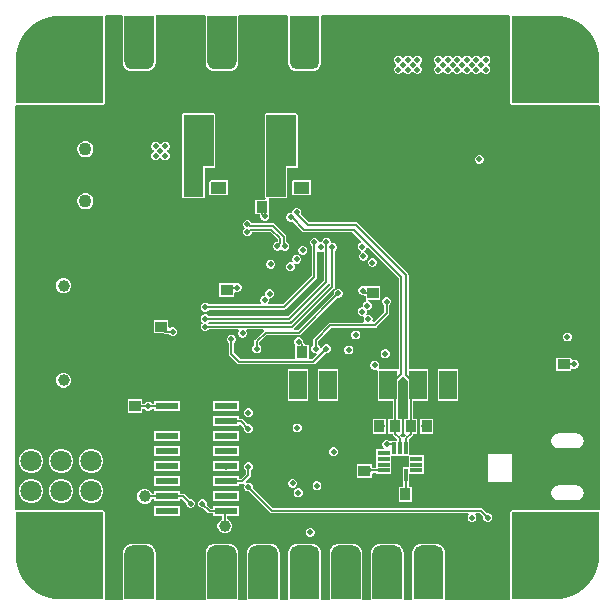
<source format=gbr>
%TF.GenerationSoftware,Altium Limited,Altium Designer,23.11.1 (41)*%
G04 Layer_Physical_Order=6*
G04 Layer_Color=16711680*
%FSLAX45Y45*%
%MOMM*%
%TF.SameCoordinates,A167E3D1-D2EE-47D6-BB63-3A09D1C29133*%
%TF.FilePolarity,Positive*%
%TF.FileFunction,Copper,L6,Bot,Signal*%
%TF.Part,Single*%
G01*
G75*
%TA.AperFunction,Conductor*%
%ADD10C,0.13865*%
%ADD12C,0.18000*%
%TA.AperFunction,SMDPad,CuDef*%
%ADD13R,1.00000X0.90000*%
%ADD32R,0.90000X1.00000*%
%TA.AperFunction,Conductor*%
%ADD40C,0.15240*%
%TA.AperFunction,ComponentPad*%
%ADD42C,1.80000*%
%TA.AperFunction,ViaPad*%
%ADD43C,1.80000*%
%TA.AperFunction,ComponentPad*%
%ADD44C,1.00000*%
%ADD45C,1.10000*%
%TA.AperFunction,ViaPad*%
%ADD46C,1.00000*%
%ADD47C,0.50000*%
%TA.AperFunction,SMDPad,CuDef*%
%ADD49C,1.00000*%
%ADD50R,1.00000X0.30000*%
%ADD51R,0.30000X1.00000*%
%ADD52R,1.50000X2.40000*%
%ADD53R,1.97000X0.60000*%
%ADD54R,1.50000X1.80000*%
%TA.AperFunction,Conductor*%
%ADD55C,0.20000*%
G36*
X4216253Y4970000D02*
Y4230000D01*
X4220280Y4220280D01*
X4230000Y4216253D01*
X4970000D01*
X4979609Y4209833D01*
X4979609Y791208D01*
X4966909Y783746D01*
X4230000D01*
X4220280Y779720D01*
X4216253Y770000D01*
Y30000D01*
X4209833Y20391D01*
X3671206D01*
X3663747Y33091D01*
X3663748Y426597D01*
X3663384Y427475D01*
X3663630Y428392D01*
X3662560Y436515D01*
X3662086Y437337D01*
X3662210Y438278D01*
X3660089Y446192D01*
X3659511Y446945D01*
Y447895D01*
X3656376Y455464D01*
X3655704Y456135D01*
X3655580Y457077D01*
X3651484Y464172D01*
X3650731Y464750D01*
X3650485Y465667D01*
X3645497Y472167D01*
X3644675Y472641D01*
X3644312Y473519D01*
X3638519Y479312D01*
X3637642Y479675D01*
X3637167Y480497D01*
X3630667Y485485D01*
X3629750Y485731D01*
X3629172Y486484D01*
X3622077Y490580D01*
X3621135Y490704D01*
X3620464Y491376D01*
X3612895Y494511D01*
X3611945D01*
X3611192Y495089D01*
X3603278Y497210D01*
X3602337Y497086D01*
X3601515Y497560D01*
X3593392Y498630D01*
X3592475Y498384D01*
X3591597Y498748D01*
X3458405D01*
X3457528Y498384D01*
X3456610Y498630D01*
X3448487Y497560D01*
X3447665Y497086D01*
X3446724Y497210D01*
X3438810Y495089D01*
X3438057Y494511D01*
X3437107D01*
X3429538Y491376D01*
X3428867Y490704D01*
X3427926Y490580D01*
X3420830Y486484D01*
X3420252Y485731D01*
X3419335Y485485D01*
X3412835Y480497D01*
X3412361Y479675D01*
X3411483Y479312D01*
X3405690Y473519D01*
X3405327Y472642D01*
X3404505Y472167D01*
X3399517Y465667D01*
X3399272Y464750D01*
X3398518Y464172D01*
X3394422Y457077D01*
X3394298Y456135D01*
X3393626Y455464D01*
X3390491Y447895D01*
Y446945D01*
X3389913Y446192D01*
X3387793Y438278D01*
X3387917Y437337D01*
X3387442Y436515D01*
X3386372Y428392D01*
X3386618Y427475D01*
X3386255Y426597D01*
X3386254Y30001D01*
X3379832Y20391D01*
X3320169D01*
X3313748Y30001D01*
Y426597D01*
X3313384Y427475D01*
X3313630Y428392D01*
X3312560Y436515D01*
X3312086Y437337D01*
X3312210Y438278D01*
X3310089Y446192D01*
X3309511Y446945D01*
Y447895D01*
X3306376Y455464D01*
X3305704Y456135D01*
X3305580Y457077D01*
X3301484Y464172D01*
X3300731Y464750D01*
X3300485Y465667D01*
X3295497Y472167D01*
X3294675Y472641D01*
X3294312Y473519D01*
X3288519Y479312D01*
X3287642Y479675D01*
X3287167Y480497D01*
X3280667Y485485D01*
X3279750Y485731D01*
X3279172Y486484D01*
X3272077Y490580D01*
X3271135Y490704D01*
X3270464Y491376D01*
X3262895Y494511D01*
X3261945D01*
X3261192Y495089D01*
X3253278Y497210D01*
X3252337Y497086D01*
X3251515Y497560D01*
X3243392Y498630D01*
X3242475Y498384D01*
X3241597Y498748D01*
X3108405D01*
X3107527Y498384D01*
X3106610Y498630D01*
X3098487Y497560D01*
X3097665Y497086D01*
X3096724Y497210D01*
X3088810Y495089D01*
X3088057Y494511D01*
X3087107D01*
X3079538Y491376D01*
X3078867Y490704D01*
X3077926Y490580D01*
X3070830Y486484D01*
X3070252Y485731D01*
X3069335Y485485D01*
X3062835Y480497D01*
X3062361Y479675D01*
X3061483Y479312D01*
X3055690Y473519D01*
X3055327Y472642D01*
X3054505Y472167D01*
X3049517Y465667D01*
X3049272Y464750D01*
X3048518Y464172D01*
X3044422Y457077D01*
X3044298Y456135D01*
X3043626Y455464D01*
X3040491Y447895D01*
Y446945D01*
X3039913Y446192D01*
X3037793Y438278D01*
X3037916Y437337D01*
X3037442Y436515D01*
X3036372Y428392D01*
X3036618Y427475D01*
X3036255Y426597D01*
Y30001D01*
X3029833Y20391D01*
X2971206D01*
X2963747Y33091D01*
X2963747Y426597D01*
X2963384Y427475D01*
X2963630Y428392D01*
X2962560Y436515D01*
X2962086Y437337D01*
X2962209Y438278D01*
X2960089Y446192D01*
X2959511Y446945D01*
Y447895D01*
X2956376Y455464D01*
X2955704Y456135D01*
X2955580Y457077D01*
X2951484Y464172D01*
X2950731Y464750D01*
X2950485Y465667D01*
X2945497Y472167D01*
X2944675Y472641D01*
X2944312Y473519D01*
X2938519Y479312D01*
X2937642Y479675D01*
X2937167Y480497D01*
X2930667Y485485D01*
X2929750Y485731D01*
X2929172Y486484D01*
X2922076Y490580D01*
X2921135Y490704D01*
X2920464Y491376D01*
X2912895Y494511D01*
X2911945D01*
X2911192Y495089D01*
X2903278Y497210D01*
X2902337Y497086D01*
X2901515Y497560D01*
X2893392Y498630D01*
X2892475Y498384D01*
X2891597Y498748D01*
X2758405D01*
X2757527Y498384D01*
X2756610Y498630D01*
X2748487Y497560D01*
X2747665Y497086D01*
X2746724Y497210D01*
X2738810Y495089D01*
X2738057Y494511D01*
X2737107D01*
X2729538Y491376D01*
X2728867Y490704D01*
X2727925Y490580D01*
X2720830Y486484D01*
X2720252Y485731D01*
X2719335Y485485D01*
X2712835Y480497D01*
X2712361Y479675D01*
X2711483Y479312D01*
X2705690Y473519D01*
X2705327Y472642D01*
X2704505Y472167D01*
X2699517Y465667D01*
X2699271Y464750D01*
X2698518Y464172D01*
X2694422Y457077D01*
X2694298Y456135D01*
X2693626Y455464D01*
X2690491Y447895D01*
Y446945D01*
X2689913Y446192D01*
X2687792Y438278D01*
X2687916Y437337D01*
X2687442Y436515D01*
X2686372Y428392D01*
X2686618Y427475D01*
X2686254Y426597D01*
X2686254Y30001D01*
X2679832Y20391D01*
X2620169D01*
X2613747Y30001D01*
Y426597D01*
X2613384Y427475D01*
X2613630Y428392D01*
X2612560Y436515D01*
X2612085Y437337D01*
X2612209Y438278D01*
X2610089Y446192D01*
X2609511Y446945D01*
Y447895D01*
X2606376Y455464D01*
X2605704Y456135D01*
X2605580Y457077D01*
X2601484Y464172D01*
X2600731Y464750D01*
X2600485Y465667D01*
X2595497Y472167D01*
X2594675Y472641D01*
X2594312Y473519D01*
X2588519Y479312D01*
X2587642Y479675D01*
X2587167Y480497D01*
X2580667Y485485D01*
X2579750Y485731D01*
X2579172Y486484D01*
X2572076Y490580D01*
X2571135Y490704D01*
X2570464Y491376D01*
X2562895Y494511D01*
X2561945D01*
X2561192Y495089D01*
X2553278Y497210D01*
X2552337Y497086D01*
X2551515Y497560D01*
X2543392Y498630D01*
X2542474Y498384D01*
X2541597Y498748D01*
X2408405D01*
X2407527Y498384D01*
X2406610Y498630D01*
X2398487Y497560D01*
X2397665Y497086D01*
X2396724Y497210D01*
X2388810Y495089D01*
X2388057Y494511D01*
X2387107D01*
X2379538Y491376D01*
X2378867Y490704D01*
X2377925Y490580D01*
X2370830Y486484D01*
X2370252Y485731D01*
X2369335Y485485D01*
X2362835Y480497D01*
X2362361Y479675D01*
X2361483Y479312D01*
X2355690Y473519D01*
X2355327Y472642D01*
X2354505Y472167D01*
X2349517Y465667D01*
X2349271Y464750D01*
X2348518Y464172D01*
X2344422Y457077D01*
X2344298Y456135D01*
X2343626Y455464D01*
X2340491Y447895D01*
Y446945D01*
X2339913Y446192D01*
X2337792Y438278D01*
X2337916Y437337D01*
X2337442Y436515D01*
X2336372Y428392D01*
X2336618Y427475D01*
X2336254Y426597D01*
Y30001D01*
X2329833Y20391D01*
X2271206D01*
X2263747Y33091D01*
X2263748Y426597D01*
X2263384Y427475D01*
X2263630Y428392D01*
X2262560Y436515D01*
X2262086Y437337D01*
X2262210Y438278D01*
X2260089Y446192D01*
X2259511Y446945D01*
Y447895D01*
X2256376Y455464D01*
X2255704Y456135D01*
X2255580Y457077D01*
X2251484Y464172D01*
X2250731Y464750D01*
X2250485Y465667D01*
X2245497Y472167D01*
X2244675Y472641D01*
X2244312Y473519D01*
X2238519Y479312D01*
X2237642Y479675D01*
X2237167Y480497D01*
X2230667Y485485D01*
X2229750Y485731D01*
X2229172Y486484D01*
X2222077Y490580D01*
X2221135Y490704D01*
X2220464Y491376D01*
X2212895Y494511D01*
X2211945D01*
X2211192Y495089D01*
X2203278Y497210D01*
X2202337Y497086D01*
X2201515Y497560D01*
X2193392Y498630D01*
X2192475Y498384D01*
X2191597Y498748D01*
X2058405D01*
X2057528Y498384D01*
X2056610Y498630D01*
X2048487Y497560D01*
X2047665Y497086D01*
X2046724Y497210D01*
X2038810Y495089D01*
X2038057Y494511D01*
X2037107D01*
X2029538Y491376D01*
X2028867Y490704D01*
X2027926Y490580D01*
X2020830Y486484D01*
X2020252Y485731D01*
X2019335Y485485D01*
X2012835Y480497D01*
X2012361Y479675D01*
X2011483Y479312D01*
X2005690Y473519D01*
X2005327Y472642D01*
X2004505Y472167D01*
X1999517Y465667D01*
X1999272Y464750D01*
X1998518Y464172D01*
X1994422Y457077D01*
X1994298Y456135D01*
X1993626Y455464D01*
X1990491Y447895D01*
Y446945D01*
X1989913Y446192D01*
X1987793Y438278D01*
X1987917Y437337D01*
X1987442Y436515D01*
X1986372Y428392D01*
X1986618Y427475D01*
X1986255Y426597D01*
X1986254Y30001D01*
X1979832Y20391D01*
X1920169D01*
X1913748Y30001D01*
Y426597D01*
X1913384Y427475D01*
X1913630Y428392D01*
X1912560Y436515D01*
X1912086Y437337D01*
X1912210Y438278D01*
X1910089Y446192D01*
X1909511Y446945D01*
Y447895D01*
X1906376Y455464D01*
X1905704Y456135D01*
X1905580Y457077D01*
X1901484Y464172D01*
X1900731Y464750D01*
X1900485Y465667D01*
X1895497Y472167D01*
X1894675Y472641D01*
X1894312Y473519D01*
X1888519Y479312D01*
X1887642Y479675D01*
X1887167Y480497D01*
X1880667Y485485D01*
X1879750Y485731D01*
X1879172Y486484D01*
X1872077Y490580D01*
X1871135Y490704D01*
X1870464Y491376D01*
X1862895Y494511D01*
X1861945D01*
X1861192Y495089D01*
X1853278Y497210D01*
X1852337Y497086D01*
X1851515Y497560D01*
X1843392Y498630D01*
X1842475Y498384D01*
X1841597Y498748D01*
X1708405D01*
X1707527Y498384D01*
X1706610Y498630D01*
X1698487Y497560D01*
X1697665Y497086D01*
X1696724Y497210D01*
X1688810Y495089D01*
X1688057Y494511D01*
X1687107D01*
X1679538Y491376D01*
X1678867Y490704D01*
X1677926Y490580D01*
X1670830Y486484D01*
X1670252Y485731D01*
X1669335Y485485D01*
X1662835Y480497D01*
X1662361Y479675D01*
X1661483Y479312D01*
X1655690Y473519D01*
X1655327Y472642D01*
X1654505Y472167D01*
X1649517Y465667D01*
X1649272Y464750D01*
X1648518Y464172D01*
X1644422Y457077D01*
X1644298Y456135D01*
X1643626Y455464D01*
X1640491Y447895D01*
Y446945D01*
X1639913Y446192D01*
X1637793Y438278D01*
X1637916Y437337D01*
X1637442Y436515D01*
X1636372Y428392D01*
X1636618Y427475D01*
X1636255Y426597D01*
Y30001D01*
X1629833Y20391D01*
X1220169D01*
X1213747Y30001D01*
Y426597D01*
X1213384Y427475D01*
X1213630Y428392D01*
X1212560Y436515D01*
X1212085Y437337D01*
X1212209Y438278D01*
X1210089Y446192D01*
X1209511Y446945D01*
Y447895D01*
X1206376Y455464D01*
X1205704Y456135D01*
X1205580Y457077D01*
X1201484Y464172D01*
X1200731Y464750D01*
X1200485Y465667D01*
X1195497Y472167D01*
X1194675Y472641D01*
X1194312Y473519D01*
X1188519Y479312D01*
X1187642Y479675D01*
X1187167Y480497D01*
X1180667Y485485D01*
X1179750Y485731D01*
X1179172Y486484D01*
X1172076Y490580D01*
X1171135Y490704D01*
X1170464Y491376D01*
X1162895Y494511D01*
X1161945D01*
X1161192Y495089D01*
X1153278Y497210D01*
X1152337Y497086D01*
X1151515Y497560D01*
X1143392Y498630D01*
X1142474Y498384D01*
X1141597Y498748D01*
X1008405D01*
X1007527Y498384D01*
X1006610Y498630D01*
X998487Y497560D01*
X997665Y497086D01*
X996724Y497210D01*
X988810Y495089D01*
X988057Y494511D01*
X987107D01*
X979538Y491376D01*
X978867Y490704D01*
X977925Y490580D01*
X970830Y486484D01*
X970252Y485731D01*
X969335Y485485D01*
X962835Y480497D01*
X962361Y479675D01*
X961483Y479312D01*
X955690Y473519D01*
X955327Y472642D01*
X954505Y472167D01*
X949517Y465667D01*
X949271Y464750D01*
X948518Y464172D01*
X944422Y457077D01*
X944298Y456135D01*
X943626Y455464D01*
X940491Y447895D01*
Y446945D01*
X939913Y446192D01*
X937792Y438278D01*
X937916Y437337D01*
X937442Y436515D01*
X936372Y428392D01*
X936618Y427475D01*
X936254Y426597D01*
Y30001D01*
X929833Y20391D01*
X790167D01*
X783746Y30000D01*
Y770000D01*
X779720Y779720D01*
X770000Y783746D01*
X30000D01*
X20391Y790167D01*
Y4209833D01*
X30000Y4216253D01*
X770000D01*
X779720Y4220280D01*
X783746Y4230000D01*
Y4970000D01*
X790167Y4979609D01*
X928792D01*
X936254Y4966909D01*
X936254Y4573404D01*
X936617Y4572527D01*
X936371Y4571609D01*
X937441Y4563486D01*
X937916Y4562664D01*
X937792Y4561723D01*
X939912Y4553809D01*
X940490Y4553056D01*
Y4552106D01*
X943625Y4544537D01*
X944297Y4543866D01*
X944421Y4542925D01*
X948517Y4535829D01*
X949270Y4535251D01*
X949516Y4534334D01*
X954504Y4527834D01*
X955326Y4527360D01*
X955689Y4526482D01*
X961482Y4520689D01*
X962360Y4520326D01*
X962834Y4519504D01*
X969334Y4514516D01*
X970251Y4514271D01*
X970829Y4513517D01*
X977925Y4509421D01*
X978866Y4509297D01*
X979537Y4508625D01*
X987106Y4505490D01*
X988056D01*
X988809Y4504912D01*
X996723Y4502792D01*
X997664Y4502916D01*
X998486Y4502441D01*
X1006609Y4501371D01*
X1007527Y4501617D01*
X1008404Y4501254D01*
X1141596D01*
X1142474Y4501617D01*
X1143391Y4501371D01*
X1151514Y4502441D01*
X1152336Y4502916D01*
X1153277Y4502792D01*
X1161191Y4504912D01*
X1161944Y4505490D01*
X1162894D01*
X1170463Y4508625D01*
X1171134Y4509297D01*
X1172076Y4509421D01*
X1179171Y4513517D01*
X1179749Y4514270D01*
X1180666Y4514516D01*
X1187166Y4519504D01*
X1187640Y4520326D01*
X1188518Y4520689D01*
X1194311Y4526482D01*
X1194674Y4527359D01*
X1195496Y4527834D01*
X1200484Y4534334D01*
X1200730Y4535251D01*
X1201483Y4535829D01*
X1205580Y4542925D01*
X1205703Y4543866D01*
X1206375Y4544537D01*
X1209510Y4552106D01*
Y4553056D01*
X1210088Y4553809D01*
X1212209Y4561723D01*
X1212085Y4562664D01*
X1212559Y4563486D01*
X1213629Y4571609D01*
X1213383Y4572527D01*
X1213747Y4573404D01*
X1213747Y4970000D01*
X1220168Y4979609D01*
X1628792D01*
X1636254Y4966909D01*
X1636254Y4573404D01*
X1636617Y4572527D01*
X1636371Y4571609D01*
X1637441Y4563486D01*
X1637915Y4562664D01*
X1637791Y4561723D01*
X1639912Y4553809D01*
X1640490Y4553056D01*
Y4552106D01*
X1643625Y4544537D01*
X1644297Y4543866D01*
X1644421Y4542925D01*
X1648517Y4535829D01*
X1649270Y4535251D01*
X1649516Y4534334D01*
X1654504Y4527834D01*
X1655326Y4527360D01*
X1655689Y4526482D01*
X1661482Y4520689D01*
X1662359Y4520326D01*
X1662834Y4519504D01*
X1669334Y4514516D01*
X1670251Y4514271D01*
X1670829Y4513517D01*
X1677925Y4509421D01*
X1678866Y4509297D01*
X1679537Y4508625D01*
X1687106Y4505490D01*
X1688056D01*
X1688809Y4504912D01*
X1696723Y4502792D01*
X1697664Y4502916D01*
X1698486Y4502441D01*
X1706609Y4501371D01*
X1707526Y4501617D01*
X1708404Y4501254D01*
X1841596D01*
X1842474Y4501617D01*
X1843391Y4501371D01*
X1851514Y4502441D01*
X1852336Y4502916D01*
X1853277Y4502792D01*
X1861191Y4504912D01*
X1861944Y4505490D01*
X1862894D01*
X1870463Y4508625D01*
X1871134Y4509297D01*
X1872076Y4509421D01*
X1879171Y4513517D01*
X1879749Y4514270D01*
X1880666Y4514516D01*
X1887166Y4519504D01*
X1887640Y4520326D01*
X1888518Y4520689D01*
X1894311Y4526482D01*
X1894674Y4527359D01*
X1895496Y4527834D01*
X1900484Y4534334D01*
X1900729Y4535251D01*
X1901483Y4535829D01*
X1905579Y4542925D01*
X1905703Y4543866D01*
X1906375Y4544537D01*
X1909510Y4552106D01*
Y4553056D01*
X1910088Y4553809D01*
X1912209Y4561723D01*
X1912085Y4562664D01*
X1912559Y4563486D01*
X1913629Y4571609D01*
X1913383Y4572527D01*
X1913746Y4573404D01*
X1913747Y4970000D01*
X1920168Y4979609D01*
X2328792D01*
X2336254Y4966909D01*
X2336254Y4573404D01*
X2336617Y4572527D01*
X2336371Y4571609D01*
X2337441Y4563486D01*
X2337916Y4562664D01*
X2337792Y4561723D01*
X2339912Y4553809D01*
X2340490Y4553056D01*
Y4552106D01*
X2343625Y4544537D01*
X2344297Y4543866D01*
X2344421Y4542925D01*
X2348517Y4535829D01*
X2349270Y4535251D01*
X2349516Y4534334D01*
X2354504Y4527834D01*
X2355326Y4527360D01*
X2355689Y4526482D01*
X2361482Y4520689D01*
X2362360Y4520326D01*
X2362834Y4519504D01*
X2369334Y4514516D01*
X2370251Y4514271D01*
X2370829Y4513517D01*
X2377925Y4509421D01*
X2378866Y4509297D01*
X2379537Y4508625D01*
X2387106Y4505490D01*
X2388056D01*
X2388809Y4504912D01*
X2396723Y4502792D01*
X2397664Y4502916D01*
X2398486Y4502441D01*
X2406609Y4501371D01*
X2407527Y4501617D01*
X2408404Y4501254D01*
X2541596D01*
X2542474Y4501617D01*
X2543391Y4501371D01*
X2551514Y4502441D01*
X2552336Y4502916D01*
X2553277Y4502792D01*
X2561191Y4504912D01*
X2561944Y4505490D01*
X2562894D01*
X2570463Y4508625D01*
X2571134Y4509297D01*
X2572076Y4509421D01*
X2579171Y4513517D01*
X2579749Y4514270D01*
X2580666Y4514516D01*
X2587166Y4519504D01*
X2587640Y4520326D01*
X2588518Y4520689D01*
X2594311Y4526482D01*
X2594674Y4527359D01*
X2595496Y4527834D01*
X2600484Y4534334D01*
X2600730Y4535251D01*
X2601483Y4535829D01*
X2605579Y4542925D01*
X2605703Y4543866D01*
X2606375Y4544537D01*
X2609510Y4552106D01*
Y4553056D01*
X2610088Y4553809D01*
X2612209Y4561723D01*
X2612085Y4562664D01*
X2612559Y4563486D01*
X2613629Y4571609D01*
X2613383Y4572527D01*
X2613747Y4573404D01*
X2613747Y4970000D01*
X2620168Y4979609D01*
X4209833D01*
X4216253Y4970000D01*
D02*
G37*
%LPC*%
G36*
X4017499Y4632921D02*
X4002501D01*
X3988645Y4627182D01*
X3978039Y4616576D01*
X3976652Y4613227D01*
X3962905D01*
X3961518Y4616576D01*
X3950913Y4627182D01*
X3937057Y4632921D01*
X3922058D01*
X3908202Y4627182D01*
X3897597Y4616576D01*
X3896210Y4613227D01*
X3882463D01*
X3881076Y4616576D01*
X3870471Y4627182D01*
X3856614Y4632921D01*
X3841616D01*
X3827760Y4627182D01*
X3817155Y4616576D01*
X3815767Y4613227D01*
X3802021D01*
X3800633Y4616576D01*
X3790028Y4627182D01*
X3776172Y4632921D01*
X3761174D01*
X3747318Y4627182D01*
X3736712Y4616576D01*
X3735325Y4613227D01*
X3721579D01*
X3720191Y4616576D01*
X3709586Y4627182D01*
X3695730Y4632921D01*
X3680732D01*
X3666875Y4627182D01*
X3656270Y4616576D01*
X3654883Y4613227D01*
X3641136D01*
X3639749Y4616576D01*
X3629144Y4627182D01*
X3615287Y4632921D01*
X3600289D01*
X3586433Y4627182D01*
X3575828Y4616576D01*
X3570088Y4602720D01*
Y4587722D01*
X3575828Y4573866D01*
X3586433Y4563261D01*
X3589783Y4561873D01*
Y4548127D01*
X3586433Y4546739D01*
X3575828Y4536134D01*
X3570088Y4522278D01*
Y4507280D01*
X3575828Y4493424D01*
X3586433Y4482818D01*
X3600289Y4477079D01*
X3615287D01*
X3629144Y4482818D01*
X3639749Y4493424D01*
X3641136Y4496773D01*
X3654883D01*
X3656270Y4493424D01*
X3666875Y4482818D01*
X3680732Y4477079D01*
X3695730D01*
X3709586Y4482818D01*
X3720191Y4493424D01*
X3721579Y4496773D01*
X3735325D01*
X3736712Y4493424D01*
X3747318Y4482818D01*
X3761174Y4477079D01*
X3776172D01*
X3790028Y4482818D01*
X3800633Y4493424D01*
X3802021Y4496773D01*
X3815767D01*
X3817155Y4493424D01*
X3827760Y4482818D01*
X3841616Y4477079D01*
X3856614D01*
X3870471Y4482818D01*
X3881076Y4493424D01*
X3882463Y4496773D01*
X3896210D01*
X3897597Y4493424D01*
X3908202Y4482818D01*
X3922058Y4477079D01*
X3937057D01*
X3950913Y4482818D01*
X3961518Y4493424D01*
X3962905Y4496773D01*
X3976652D01*
X3978039Y4493424D01*
X3988645Y4482818D01*
X4002501Y4477079D01*
X4017499D01*
X4031355Y4482818D01*
X4041960Y4493424D01*
X4047700Y4507280D01*
Y4522278D01*
X4041960Y4536134D01*
X4031355Y4546739D01*
X4028006Y4548127D01*
Y4561873D01*
X4031355Y4563261D01*
X4041960Y4573866D01*
X4047700Y4587722D01*
Y4602720D01*
X4041960Y4616576D01*
X4031355Y4627182D01*
X4017499Y4632921D01*
D02*
G37*
G36*
X3438384D02*
X3423386D01*
X3409529Y4627182D01*
X3398924Y4616576D01*
X3397537Y4613227D01*
X3383790D01*
X3382403Y4616576D01*
X3371798Y4627182D01*
X3357941Y4632921D01*
X3342943D01*
X3329087Y4627182D01*
X3318482Y4616576D01*
X3317094Y4613227D01*
X3303348D01*
X3301961Y4616576D01*
X3291355Y4627182D01*
X3277499Y4632921D01*
X3262501D01*
X3248645Y4627182D01*
X3238039Y4616576D01*
X3232300Y4602720D01*
Y4587722D01*
X3238039Y4573866D01*
X3248645Y4563261D01*
X3251994Y4561873D01*
Y4548127D01*
X3248645Y4546739D01*
X3238039Y4536134D01*
X3232300Y4522278D01*
Y4507280D01*
X3238039Y4493424D01*
X3248645Y4482818D01*
X3262501Y4477079D01*
X3277499D01*
X3291355Y4482818D01*
X3301961Y4493424D01*
X3303348Y4496773D01*
X3317094D01*
X3318482Y4493424D01*
X3329087Y4482818D01*
X3342943Y4477079D01*
X3357941D01*
X3371798Y4482818D01*
X3382403Y4493424D01*
X3383790Y4496773D01*
X3397537D01*
X3398924Y4493424D01*
X3409529Y4482818D01*
X3423386Y4477079D01*
X3438384D01*
X3452240Y4482818D01*
X3462845Y4493424D01*
X3468585Y4507280D01*
Y4522278D01*
X3462845Y4536134D01*
X3452240Y4546739D01*
X3448890Y4548127D01*
Y4561873D01*
X3452240Y4563261D01*
X3462845Y4573866D01*
X3468585Y4587722D01*
Y4602720D01*
X3462845Y4616576D01*
X3452240Y4627182D01*
X3438384Y4632921D01*
D02*
G37*
G36*
X1302721Y3902900D02*
X1287723D01*
X1273866Y3897161D01*
X1263261Y3886555D01*
X1261874Y3883206D01*
X1248127D01*
X1246740Y3886555D01*
X1236135Y3897161D01*
X1222278Y3902900D01*
X1207280D01*
X1193424Y3897161D01*
X1182819Y3886555D01*
X1177079Y3872699D01*
Y3857701D01*
X1182819Y3843845D01*
X1193424Y3833239D01*
X1196723Y3831873D01*
Y3818127D01*
X1193424Y3816760D01*
X1182819Y3806155D01*
X1177079Y3792299D01*
Y3777301D01*
X1182819Y3763445D01*
X1193424Y3752839D01*
X1207280Y3747100D01*
X1222278D01*
X1236135Y3752839D01*
X1246740Y3763445D01*
X1248127Y3766794D01*
X1261874D01*
X1263261Y3763445D01*
X1273866Y3752839D01*
X1287723Y3747100D01*
X1302721D01*
X1316577Y3752839D01*
X1327182Y3763445D01*
X1332922Y3777301D01*
Y3792299D01*
X1327182Y3806155D01*
X1316577Y3816760D01*
X1313279Y3818127D01*
Y3831873D01*
X1316577Y3833239D01*
X1327182Y3843845D01*
X1332922Y3857701D01*
Y3872699D01*
X1327182Y3886555D01*
X1316577Y3897161D01*
X1302721Y3902900D01*
D02*
G37*
G36*
X628913Y3907700D02*
X611087D01*
X593869Y3903086D01*
X578431Y3894174D01*
X565827Y3881569D01*
X556914Y3866131D01*
X552300Y3848913D01*
Y3831087D01*
X556914Y3813869D01*
X565827Y3798432D01*
X578431Y3785827D01*
X593869Y3776914D01*
X611087Y3772300D01*
X628913D01*
X646131Y3776914D01*
X661569Y3785827D01*
X674173Y3798432D01*
X683086Y3813869D01*
X687700Y3831087D01*
Y3848913D01*
X683086Y3866131D01*
X674173Y3881569D01*
X661569Y3894174D01*
X646131Y3903086D01*
X628913Y3907700D01*
D02*
G37*
G36*
X3962499Y3791700D02*
X3947501D01*
X3933645Y3785961D01*
X3923040Y3775355D01*
X3917300Y3761499D01*
Y3746501D01*
X3923040Y3732645D01*
X3933645Y3722040D01*
X3947501Y3716300D01*
X3962499D01*
X3976356Y3722040D01*
X3986961Y3732645D01*
X3992700Y3746501D01*
Y3761499D01*
X3986961Y3775355D01*
X3976356Y3785961D01*
X3962499Y3791700D01*
D02*
G37*
G36*
X2471000Y3578447D02*
X2381500D01*
X2371780Y3574421D01*
X2367753Y3564700D01*
Y3464700D01*
X2371780Y3454980D01*
X2381500Y3450953D01*
X2471000D01*
X2473527Y3452000D01*
X2528700D01*
Y3577400D01*
X2473527D01*
X2471000Y3578447D01*
D02*
G37*
G36*
X1771000D02*
X1681500D01*
X1671780Y3574421D01*
X1667754Y3564700D01*
Y3464700D01*
X1671780Y3454980D01*
X1681500Y3450953D01*
X1771000D01*
X1773527Y3452000D01*
X1828700D01*
Y3577400D01*
X1773527D01*
X1771000Y3578447D01*
D02*
G37*
G36*
X1705000Y4145946D02*
X1450000D01*
X1440280Y4141920D01*
X1436253Y4132200D01*
Y3437200D01*
X1440280Y3427480D01*
X1450000Y3423454D01*
X1614500D01*
X1624220Y3427480D01*
X1628246Y3437200D01*
Y3680954D01*
X1705000D01*
X1707527Y3682000D01*
X1717700D01*
Y3692173D01*
X1718747Y3694700D01*
Y4132200D01*
X1714720Y4141920D01*
X1705000Y4145946D01*
D02*
G37*
G36*
X628913Y3467700D02*
X611087D01*
X593869Y3463086D01*
X578431Y3454173D01*
X565827Y3441569D01*
X556914Y3426131D01*
X552300Y3408913D01*
Y3391087D01*
X556914Y3373869D01*
X565827Y3358431D01*
X578431Y3345827D01*
X593869Y3336914D01*
X611087Y3332300D01*
X628913D01*
X646131Y3336914D01*
X661569Y3345827D01*
X674173Y3358431D01*
X683086Y3373869D01*
X687700Y3391087D01*
Y3408913D01*
X683086Y3426131D01*
X674173Y3441569D01*
X661569Y3454173D01*
X646131Y3463086D01*
X628913Y3467700D01*
D02*
G37*
G36*
X2405000Y4145946D02*
X2150000D01*
X2140279Y4141920D01*
X2136253Y4132200D01*
Y3437200D01*
X2140279Y3427480D01*
X2145301Y3425400D01*
X2142775Y3412700D01*
X2054800D01*
Y3287300D01*
X2096409D01*
X2097059Y3284033D01*
X2101050Y3278060D01*
Y3263751D01*
X2106789Y3249895D01*
X2117395Y3239289D01*
X2131251Y3233550D01*
X2146249D01*
X2160105Y3239289D01*
X2170710Y3249895D01*
X2176450Y3263751D01*
Y3278749D01*
X2170710Y3292605D01*
X2170200Y3293116D01*
Y3410753D01*
X2170200Y3412700D01*
X2174898Y3423454D01*
X2314500D01*
X2324220Y3427480D01*
X2328246Y3437200D01*
Y3680954D01*
X2405000D01*
X2407527Y3682000D01*
X2417700D01*
Y3692173D01*
X2418746Y3694700D01*
Y4132200D01*
X2414720Y4141920D01*
X2405000Y4145946D01*
D02*
G37*
G36*
X2667027Y3090164D02*
X2652029D01*
X2638173Y3084425D01*
X2627567Y3073820D01*
X2621828Y3059963D01*
Y3058607D01*
X2613949Y3051136D01*
X2599759Y3052813D01*
X2596468Y3058948D01*
X2591016Y3072110D01*
X2580411Y3082715D01*
X2566555Y3088455D01*
X2551557D01*
X2537701Y3082715D01*
X2527095Y3072110D01*
X2521356Y3058254D01*
Y3043256D01*
X2527095Y3029400D01*
X2536931Y3019564D01*
Y2768221D01*
X2294481Y2525771D01*
X2170747D01*
X2165486Y2538471D01*
X2167957Y2540942D01*
X2173697Y2554798D01*
Y2569796D01*
X2184106Y2577852D01*
X2187499D01*
X2201355Y2583591D01*
X2211961Y2594197D01*
X2217700Y2608053D01*
Y2623051D01*
X2211961Y2636907D01*
X2201355Y2647513D01*
X2187499Y2653252D01*
X2172501D01*
X2158645Y2647513D01*
X2148039Y2636907D01*
X2142300Y2623051D01*
Y2608053D01*
X2131890Y2599997D01*
X2128498D01*
X2114641Y2594258D01*
X2104036Y2583652D01*
X2098297Y2569796D01*
Y2554798D01*
X2104036Y2540942D01*
X2106507Y2538471D01*
X2101246Y2525771D01*
X1665422D01*
X1655586Y2535606D01*
X1641730Y2541346D01*
X1626732D01*
X1612876Y2535606D01*
X1602270Y2525001D01*
X1596531Y2511145D01*
Y2496147D01*
X1602270Y2482290D01*
X1612876Y2471685D01*
X1626732Y2465946D01*
X1641730D01*
X1655586Y2471685D01*
X1665422Y2481521D01*
X2303646D01*
X2312112Y2483205D01*
X2319291Y2488001D01*
X2574701Y2743411D01*
X2579497Y2750589D01*
X2581181Y2759056D01*
Y2968909D01*
X2593881Y2975870D01*
X2602501Y2972300D01*
X2617499D01*
X2624702Y2975284D01*
X2637403Y2967493D01*
Y2726604D01*
X2336098Y2425299D01*
X1665422D01*
X1655586Y2435134D01*
X1641730Y2440874D01*
X1626732D01*
X1612876Y2435134D01*
X1602270Y2424529D01*
X1596531Y2410673D01*
Y2395675D01*
X1602270Y2381818D01*
X1605476Y2378612D01*
X1612153Y2370316D01*
X1605476Y2362019D01*
X1602270Y2358813D01*
X1596531Y2344957D01*
Y2329959D01*
X1602270Y2316103D01*
X1612876Y2305497D01*
X1626732Y2299758D01*
X1641730D01*
X1655586Y2305497D01*
X1665422Y2315333D01*
X1914056D01*
X1919317Y2302633D01*
X1918039Y2301355D01*
X1912300Y2287499D01*
Y2272501D01*
X1918039Y2258645D01*
X1928645Y2248039D01*
X1942501Y2242300D01*
X1957499D01*
X1971355Y2248039D01*
X1981960Y2258645D01*
X1987700Y2272501D01*
Y2287499D01*
X1981960Y2301355D01*
X1980683Y2302633D01*
X1985944Y2315333D01*
X2123897D01*
X2127744Y2307137D01*
X2128282Y2302633D01*
X2054355Y2228705D01*
X2049559Y2221527D01*
X2047875Y2213061D01*
Y2181191D01*
X2038039Y2171355D01*
X2032300Y2157499D01*
Y2142501D01*
X2038039Y2128645D01*
X2048645Y2118039D01*
X2062501Y2112300D01*
X2077499D01*
X2091355Y2118039D01*
X2101960Y2128645D01*
X2107700Y2142501D01*
Y2157499D01*
X2101960Y2171355D01*
X2092125Y2181191D01*
Y2203896D01*
X2154165Y2265936D01*
X2428101D01*
X2436568Y2267620D01*
X2443746Y2272416D01*
X2753470Y2582140D01*
X2767379D01*
X2781235Y2587879D01*
X2791840Y2598485D01*
X2797580Y2612341D01*
Y2627339D01*
X2791840Y2641195D01*
X2781235Y2651800D01*
X2767379Y2657540D01*
X2752381D01*
X2738525Y2651800D01*
X2727919Y2641195D01*
X2722180Y2627339D01*
Y2613430D01*
X2418936Y2310186D01*
X2393586D01*
X2389738Y2318381D01*
X2389200Y2322886D01*
X2725645Y2659330D01*
X2730441Y2666509D01*
X2732125Y2674975D01*
Y2978809D01*
X2741960Y2988645D01*
X2747700Y3002501D01*
Y3017499D01*
X2741960Y3031355D01*
X2731355Y3041961D01*
X2717499Y3047700D01*
X2702501D01*
X2697228Y3051224D01*
Y3059963D01*
X2691488Y3073820D01*
X2680883Y3084425D01*
X2667027Y3090164D01*
D02*
G37*
G36*
X1997499Y3241000D02*
X1982501D01*
X1968645Y3235261D01*
X1958040Y3224655D01*
X1952300Y3210799D01*
Y3195801D01*
X1958040Y3181945D01*
X1968034Y3171950D01*
X1958040Y3161956D01*
X1952300Y3148099D01*
Y3133101D01*
X1958040Y3119245D01*
X1968645Y3108640D01*
X1982501Y3102900D01*
X1997499D01*
X2011355Y3108640D01*
X2021961Y3119245D01*
X2027700Y3133101D01*
Y3139983D01*
X2186709D01*
X2248050Y3078642D01*
Y3057700D01*
X2238101D01*
X2224245Y3051961D01*
X2213640Y3041355D01*
X2207900Y3027499D01*
Y3012501D01*
X2213640Y2998645D01*
X2224245Y2988039D01*
X2238101Y2982300D01*
X2253099D01*
X2266956Y2988039D01*
X2276950Y2998034D01*
X2286945Y2988039D01*
X2300801Y2982300D01*
X2315799D01*
X2329655Y2988039D01*
X2340261Y2998645D01*
X2346000Y3012501D01*
Y3027499D01*
X2340261Y3041355D01*
X2329655Y3051961D01*
X2321949Y3055153D01*
Y3100960D01*
X2320426Y3108620D01*
X2316087Y3115114D01*
X2223181Y3208019D01*
X2216687Y3212359D01*
X2209027Y3213882D01*
X2026423D01*
X2021961Y3224655D01*
X2011355Y3235261D01*
X1997499Y3241000D01*
D02*
G37*
G36*
X2467499Y3021519D02*
X2452501D01*
X2438645Y3015780D01*
X2428039Y3005175D01*
X2422300Y2991318D01*
Y2976320D01*
X2428039Y2962464D01*
X2438645Y2951859D01*
X2452501Y2946119D01*
X2467499D01*
X2481355Y2951859D01*
X2491960Y2962464D01*
X2497700Y2976320D01*
Y2991318D01*
X2491960Y3005175D01*
X2481355Y3015780D01*
X2467499Y3021519D01*
D02*
G37*
G36*
X2415856Y2947743D02*
X2400858D01*
X2387001Y2942004D01*
X2376396Y2931399D01*
X2370657Y2917543D01*
Y2902544D01*
X2375395Y2891105D01*
X2370382Y2883712D01*
X2366938Y2880862D01*
X2362499Y2882700D01*
X2347501D01*
X2333645Y2876961D01*
X2323040Y2866355D01*
X2317300Y2852499D01*
Y2837501D01*
X2323040Y2823645D01*
X2333645Y2813040D01*
X2347501Y2807300D01*
X2362499D01*
X2376355Y2813040D01*
X2386961Y2823645D01*
X2392700Y2837501D01*
Y2852499D01*
X2387962Y2863939D01*
X2392975Y2871332D01*
X2396419Y2874182D01*
X2400858Y2872344D01*
X2415856D01*
X2429712Y2878083D01*
X2440317Y2888688D01*
X2446057Y2902544D01*
Y2917543D01*
X2440317Y2931399D01*
X2429712Y2942004D01*
X2415856Y2947743D01*
D02*
G37*
G36*
X3057499Y2917700D02*
X3042501D01*
X3028645Y2911961D01*
X3018039Y2901355D01*
X3012300Y2887499D01*
Y2872501D01*
X3018039Y2858645D01*
X3028645Y2848040D01*
X3042501Y2842300D01*
X3057499D01*
X3071355Y2848040D01*
X3081961Y2858645D01*
X3087700Y2872501D01*
Y2887499D01*
X3081961Y2901355D01*
X3071355Y2911961D01*
X3057499Y2917700D01*
D02*
G37*
G36*
X2195785Y2904266D02*
X2180786D01*
X2166930Y2898527D01*
X2156325Y2887922D01*
X2150585Y2874065D01*
Y2859067D01*
X2156325Y2845211D01*
X2166930Y2834606D01*
X2180786Y2828866D01*
X2195785D01*
X2209641Y2834606D01*
X2220246Y2845211D01*
X2225985Y2859067D01*
Y2874065D01*
X2220246Y2887922D01*
X2209641Y2898527D01*
X2195785Y2904266D01*
D02*
G37*
G36*
X1911581Y2706118D02*
X1896583D01*
X1890400Y2703556D01*
X1877700Y2705200D01*
Y2705201D01*
X1877699Y2705200D01*
X1752300D01*
Y2589800D01*
X1877700D01*
Y2624891D01*
X1890400Y2633279D01*
X1896583Y2630718D01*
X1911581D01*
X1925438Y2636457D01*
X1936043Y2647062D01*
X1941782Y2660918D01*
Y2675917D01*
X1936043Y2689773D01*
X1925438Y2700378D01*
X1911581Y2706118D01*
D02*
G37*
G36*
X447472Y2747700D02*
X422528D01*
X399483Y2738154D01*
X381846Y2720517D01*
X372300Y2697472D01*
Y2672528D01*
X381846Y2649483D01*
X399483Y2631846D01*
X422528Y2622300D01*
X447472D01*
X470516Y2631846D01*
X488154Y2649483D01*
X497700Y2672528D01*
Y2697472D01*
X488154Y2720517D01*
X470516Y2738154D01*
X447472Y2747700D01*
D02*
G37*
G36*
X1322700Y2395200D02*
X1197300D01*
Y2279800D01*
X1281410D01*
X1281453Y2279758D01*
X1288631Y2274962D01*
X1297097Y2273278D01*
X1327473D01*
X1337309Y2263442D01*
X1351165Y2257703D01*
X1366163D01*
X1380019Y2263442D01*
X1390625Y2274048D01*
X1396364Y2287904D01*
Y2302902D01*
X1390625Y2316758D01*
X1380019Y2327363D01*
X1366163Y2333103D01*
X1351165D01*
X1337309Y2327363D01*
X1335400Y2325455D01*
X1322700Y2330715D01*
Y2395200D01*
D02*
G37*
G36*
X2917499Y2304760D02*
X2902501D01*
X2888645Y2299021D01*
X2878039Y2288416D01*
X2872300Y2274559D01*
Y2259561D01*
X2878039Y2245705D01*
X2888645Y2235100D01*
X2902501Y2229360D01*
X2917499D01*
X2931355Y2235100D01*
X2941961Y2245705D01*
X2947700Y2259561D01*
Y2274559D01*
X2941961Y2288416D01*
X2931355Y2299021D01*
X2917499Y2304760D01*
D02*
G37*
G36*
X4707499Y2287700D02*
X4692501D01*
X4678645Y2281961D01*
X4668039Y2271355D01*
X4662300Y2257499D01*
Y2242501D01*
X4668039Y2228645D01*
X4678645Y2218040D01*
X4692501Y2212300D01*
X4707499D01*
X4721355Y2218040D01*
X4731961Y2228645D01*
X4737700Y2242501D01*
Y2257499D01*
X4731961Y2271355D01*
X4721355Y2281961D01*
X4707499Y2287700D01*
D02*
G37*
G36*
X2857499Y2177700D02*
X2842501D01*
X2828645Y2171961D01*
X2818039Y2161355D01*
X2812300Y2147499D01*
Y2132501D01*
X2818039Y2118645D01*
X2828645Y2108039D01*
X2842501Y2102300D01*
X2857499D01*
X2871355Y2108039D01*
X2881960Y2118645D01*
X2887700Y2132501D01*
Y2147499D01*
X2881960Y2161355D01*
X2871355Y2171961D01*
X2857499Y2177700D01*
D02*
G37*
G36*
X3165813Y2146013D02*
X3150815D01*
X3136958Y2140274D01*
X3126353Y2129669D01*
X3120614Y2115813D01*
Y2100814D01*
X3126353Y2086958D01*
X3136958Y2076353D01*
X3150815Y2070614D01*
X3165813D01*
X3179669Y2076353D01*
X3190274Y2086958D01*
X3196014Y2100814D01*
Y2115813D01*
X3190274Y2129669D01*
X3179669Y2140274D01*
X3165813Y2146013D01*
D02*
G37*
G36*
X2973749Y2681450D02*
X2958751D01*
X2944895Y2675710D01*
X2934290Y2665105D01*
X2928550Y2651249D01*
Y2636251D01*
X2934290Y2622395D01*
X2944895Y2611789D01*
X2958751Y2606050D01*
X2973060D01*
X2979033Y2602059D01*
X2987500Y2600375D01*
X2992300D01*
Y2564800D01*
X2997017D01*
X2997500Y2552300D01*
X2983645Y2546561D01*
X2973039Y2535956D01*
X2967300Y2522099D01*
Y2507101D01*
X2964044Y2502228D01*
X2955037D01*
X2941180Y2496489D01*
X2930575Y2485883D01*
X2924836Y2472027D01*
Y2457029D01*
X2930575Y2443173D01*
X2941180Y2432567D01*
X2955037Y2426828D01*
X2970034D01*
X2979104Y2416838D01*
X2975236Y2407499D01*
Y2392501D01*
X2978415Y2384826D01*
X2970901Y2372125D01*
X2694413D01*
X2685946Y2370441D01*
X2678768Y2365645D01*
X2554355Y2241232D01*
X2549559Y2234054D01*
X2547875Y2225587D01*
Y2181191D01*
X2538039Y2171355D01*
X2532300Y2157499D01*
Y2142501D01*
X2538039Y2128645D01*
X2548645Y2118039D01*
X2562501Y2112300D01*
X2573050D01*
X2578884Y2100174D01*
X2540835Y2062125D01*
X2510200D01*
Y2182700D01*
X2474625D01*
Y2187500D01*
X2472941Y2195967D01*
X2468145Y2203145D01*
X2462301Y2208989D01*
Y2216249D01*
X2456562Y2230105D01*
X2445956Y2240711D01*
X2432100Y2246450D01*
X2417102D01*
X2403246Y2240711D01*
X2392640Y2230105D01*
X2386901Y2216249D01*
Y2201251D01*
X2390003Y2193763D01*
X2392640Y2187395D01*
X2393383Y2185780D01*
X2394800Y2182699D01*
X2394800Y2182700D01*
X2394800Y2182699D01*
Y2062125D01*
X1933241D01*
X1877125Y2118241D01*
Y2201309D01*
X1886961Y2211145D01*
X1892700Y2225001D01*
Y2239999D01*
X1886961Y2253855D01*
X1876355Y2264461D01*
X1862499Y2270200D01*
X1847501D01*
X1833645Y2264461D01*
X1823040Y2253855D01*
X1817300Y2239999D01*
Y2225001D01*
X1823040Y2211145D01*
X1832875Y2201309D01*
Y2109077D01*
X1834559Y2100610D01*
X1839355Y2093432D01*
X1908432Y2024355D01*
X1915610Y2019559D01*
X1924077Y2017875D01*
X2550000D01*
X2558467Y2019559D01*
X2565645Y2024355D01*
X2653590Y2112300D01*
X2667499D01*
X2681355Y2118039D01*
X2691961Y2128645D01*
X2697700Y2142501D01*
Y2157499D01*
X2691961Y2171355D01*
X2681355Y2181961D01*
X2667499Y2187700D01*
X2652501D01*
X2638645Y2181961D01*
X2628039Y2171355D01*
X2622300Y2157499D01*
Y2154020D01*
X2620400Y2152825D01*
X2611810Y2155987D01*
X2606930Y2159359D01*
X2601961Y2171355D01*
X2592125Y2181191D01*
Y2216423D01*
X2703577Y2327875D01*
X3070000D01*
X3078467Y2329559D01*
X3085645Y2334355D01*
X3185645Y2434355D01*
X3190441Y2441533D01*
X3192125Y2450000D01*
Y2518809D01*
X3201961Y2528645D01*
X3207700Y2542501D01*
Y2557499D01*
X3201961Y2571355D01*
X3191355Y2581961D01*
X3177499Y2587700D01*
X3162501D01*
X3148645Y2581961D01*
X3138039Y2571355D01*
X3132300Y2557499D01*
Y2542501D01*
X3138039Y2528645D01*
X3147875Y2518809D01*
Y2459164D01*
X3066075Y2377365D01*
X3057474Y2378249D01*
X3049960Y2390870D01*
X3050636Y2392501D01*
Y2407499D01*
X3044896Y2421355D01*
X3034291Y2431961D01*
X3020435Y2437700D01*
X3005437D01*
X2996367Y2447690D01*
X3000236Y2457029D01*
Y2472027D01*
X3003492Y2476900D01*
X3012499D01*
X3026355Y2482640D01*
X3036960Y2493245D01*
X3042700Y2507101D01*
Y2522099D01*
X3036960Y2535956D01*
X3026355Y2546561D01*
X3012499Y2552300D01*
X3012982Y2564800D01*
X3117700D01*
Y2680200D01*
X2992301D01*
X2992300Y2680200D01*
Y2680200D01*
X2979600Y2679026D01*
X2973749Y2681450D01*
D02*
G37*
G36*
X4730900Y2075200D02*
X4605500D01*
Y1959800D01*
X4730900D01*
Y1979191D01*
X4743600Y1985987D01*
X4752501Y1982300D01*
X4767499D01*
X4781355Y1988039D01*
X4791960Y1998645D01*
X4797700Y2012501D01*
Y2027499D01*
X4791960Y2041355D01*
X4781355Y2051961D01*
X4767499Y2057700D01*
X4752501D01*
X4743600Y2054013D01*
X4730900Y2060809D01*
Y2075200D01*
D02*
G37*
G36*
X2417499Y3342700D02*
X2402501D01*
X2388645Y3336961D01*
X2378039Y3326356D01*
X2372751Y3313588D01*
X2366012Y3302633D01*
X2351014D01*
X2337158Y3296894D01*
X2326553Y3286289D01*
X2320813Y3272432D01*
Y3257434D01*
X2326553Y3243578D01*
X2337158Y3232973D01*
X2351014Y3227233D01*
X2366012D01*
X2371616Y3229554D01*
X2456815Y3144355D01*
X2463993Y3139559D01*
X2472460Y3137875D01*
X2880835D01*
X2953805Y3064905D01*
X2949762Y3050988D01*
X2941180Y3047433D01*
X2930575Y3036828D01*
X2924836Y3022971D01*
Y3007973D01*
X2930575Y2994117D01*
X2941180Y2983512D01*
X2951953Y2979049D01*
X2953503Y2967705D01*
X2953216Y2965826D01*
X2952010Y2965327D01*
X2941405Y2954721D01*
X2935666Y2940865D01*
Y2925867D01*
X2941405Y2912011D01*
X2952010Y2901405D01*
X2965867Y2895666D01*
X2980865D01*
X2994721Y2901405D01*
X3005326Y2912011D01*
X3011066Y2925867D01*
Y2940865D01*
X3005326Y2954721D01*
X2994721Y2965327D01*
X2983948Y2969789D01*
X2982399Y2981133D01*
X2982685Y2983012D01*
X2983891Y2983512D01*
X2994496Y2994117D01*
X2998051Y3002699D01*
X3011969Y3006742D01*
X3270685Y2748025D01*
Y1988599D01*
X3268750Y1976700D01*
X3107976D01*
X3102716Y1989400D01*
X3102810Y1989494D01*
X3108549Y2003351D01*
Y2018349D01*
X3102810Y2032205D01*
X3092205Y2042810D01*
X3078348Y2048550D01*
X3063350D01*
X3049494Y2042810D01*
X3038889Y2032205D01*
X3033149Y2018349D01*
Y2003351D01*
X3038889Y1989494D01*
X3049494Y1978889D01*
X3063350Y1973150D01*
X3078348D01*
X3080650Y1974103D01*
X3093350Y1965617D01*
Y1711300D01*
X3219905D01*
Y1557700D01*
X3185350D01*
Y1432300D01*
X3219905D01*
Y1431000D01*
X3221667Y1422143D01*
X3226684Y1414634D01*
X3258969Y1382350D01*
X3257644Y1369650D01*
X3205350D01*
Y1369650D01*
X3192948Y1370368D01*
X3191355Y1371961D01*
X3177499Y1377700D01*
X3162501D01*
X3148645Y1371961D01*
X3138039Y1361355D01*
X3132300Y1347499D01*
Y1332501D01*
X3138039Y1318645D01*
X3146284Y1310400D01*
X3143372Y1299323D01*
X3142390Y1297700D01*
X3083400D01*
Y1242300D01*
Y1143145D01*
X3052406D01*
X3043750Y1151801D01*
Y1172700D01*
X2918350D01*
Y1057300D01*
X3043750D01*
Y1088199D01*
X3052406Y1096855D01*
X3083400D01*
Y1092300D01*
X3208800D01*
Y1142300D01*
Y1244250D01*
X3349479D01*
X3357299Y1244249D01*
X3357300Y1236430D01*
Y1145750D01*
X3305350D01*
Y1020350D01*
X3309905D01*
Y980700D01*
X3270350D01*
Y855300D01*
X3385750D01*
Y980700D01*
X3356195D01*
Y1020350D01*
X3360750D01*
Y1092300D01*
X3482700D01*
Y1142300D01*
Y1247700D01*
X3368571D01*
X3360751Y1247701D01*
X3360750Y1255521D01*
Y1369650D01*
X3358456D01*
X3357131Y1382350D01*
X3389416Y1414634D01*
X3394433Y1422143D01*
X3396195Y1431000D01*
Y1432300D01*
X3430750D01*
Y1557700D01*
X3396195D01*
Y1711300D01*
X3522750D01*
Y1976700D01*
X3355575D01*
Y2774024D01*
X3353891Y2782491D01*
X3349095Y2789669D01*
X2922478Y3216285D01*
X2915300Y3221081D01*
X2906833Y3222765D01*
X2513458D01*
X2445071Y3291153D01*
X2447700Y3297501D01*
Y3312499D01*
X2441961Y3326356D01*
X2431355Y3336961D01*
X2417499Y3342700D01*
D02*
G37*
G36*
X447472Y1947700D02*
X422528D01*
X399483Y1938154D01*
X381846Y1920517D01*
X372300Y1897472D01*
Y1872528D01*
X381846Y1849483D01*
X399483Y1831846D01*
X422528Y1822300D01*
X447472D01*
X470516Y1831846D01*
X488154Y1849483D01*
X497700Y1872528D01*
Y1897472D01*
X488154Y1920517D01*
X470516Y1938154D01*
X447472Y1947700D01*
D02*
G37*
G36*
X3776750Y1976700D02*
X3601350D01*
Y1711300D01*
X3776750D01*
Y1976700D01*
D02*
G37*
G36*
X2760750D02*
X2585350D01*
Y1711300D01*
X2760750D01*
Y1976700D01*
D02*
G37*
G36*
X2506750D02*
X2331350D01*
Y1711300D01*
X2506750D01*
Y1976700D01*
D02*
G37*
G36*
X1918700Y1707200D02*
X1696300D01*
Y1621800D01*
X1918700D01*
Y1707200D01*
D02*
G37*
G36*
X1102700Y1725200D02*
X977300D01*
Y1609800D01*
X1102700D01*
Y1642375D01*
X1120809D01*
X1130645Y1632539D01*
X1144501Y1626800D01*
X1159499D01*
X1173355Y1632539D01*
X1183191Y1642375D01*
X1201300D01*
Y1621800D01*
X1423700D01*
Y1707200D01*
X1201300D01*
Y1686625D01*
X1183191D01*
X1173355Y1696460D01*
X1159499Y1702200D01*
X1144501D01*
X1130645Y1696460D01*
X1120809Y1686625D01*
X1102700D01*
Y1725200D01*
D02*
G37*
G36*
X2007499Y1645200D02*
X1992501D01*
X1978645Y1639461D01*
X1968039Y1628855D01*
X1962300Y1614999D01*
Y1600001D01*
X1968039Y1586145D01*
X1978645Y1575539D01*
X1992501Y1569800D01*
X2007499D01*
X2021355Y1575539D01*
X2031960Y1586145D01*
X2037700Y1600001D01*
Y1614999D01*
X2031960Y1628855D01*
X2021355Y1639461D01*
X2007499Y1645200D01*
D02*
G37*
G36*
X2419999Y1517700D02*
X2405001D01*
X2391145Y1511961D01*
X2380540Y1501355D01*
X2374800Y1487499D01*
Y1472501D01*
X2380540Y1458645D01*
X2391145Y1448040D01*
X2405001Y1442300D01*
X2419999D01*
X2433855Y1448040D01*
X2444461Y1458645D01*
X2450200Y1472501D01*
Y1487499D01*
X2444461Y1501355D01*
X2433855Y1511961D01*
X2419999Y1517700D01*
D02*
G37*
G36*
X1918700Y1580200D02*
X1696300D01*
Y1494800D01*
X1918700D01*
Y1504550D01*
X1931400Y1509810D01*
X1962300Y1478910D01*
Y1465001D01*
X1968039Y1451145D01*
X1978645Y1440539D01*
X1992501Y1434800D01*
X2007499D01*
X2021355Y1440539D01*
X2031960Y1451145D01*
X2037700Y1465001D01*
Y1479999D01*
X2031960Y1493855D01*
X2021355Y1504461D01*
X2007499Y1510200D01*
X1993590D01*
X1950645Y1553145D01*
X1943467Y1557941D01*
X1935000Y1559625D01*
X1918700D01*
Y1580200D01*
D02*
G37*
G36*
X3565750Y1557700D02*
X3450350D01*
Y1502621D01*
X3450300Y1502499D01*
Y1487501D01*
X3450350Y1487380D01*
Y1432300D01*
X3565750D01*
Y1557700D01*
D02*
G37*
G36*
X3165750D02*
X3050350D01*
Y1432300D01*
X3165750D01*
Y1487380D01*
X3165800Y1487501D01*
Y1502499D01*
X3165750Y1502621D01*
Y1557700D01*
D02*
G37*
G36*
X1918700Y1453200D02*
X1696300D01*
Y1367800D01*
X1918700D01*
Y1453200D01*
D02*
G37*
G36*
X1423700D02*
X1201300D01*
Y1367800D01*
X1423700D01*
Y1453200D01*
D02*
G37*
G36*
X4775000Y1433928D02*
X4625000D01*
X4600536Y1429062D01*
X4579796Y1415204D01*
X4565938Y1394464D01*
X4561072Y1370000D01*
X4565938Y1345536D01*
X4579796Y1324796D01*
X4600536Y1310938D01*
X4625000Y1306072D01*
X4775000D01*
X4799464Y1310938D01*
X4820204Y1324796D01*
X4834062Y1345536D01*
X4838928Y1370000D01*
X4834062Y1394464D01*
X4820204Y1415204D01*
X4799464Y1429062D01*
X4775000Y1433928D01*
D02*
G37*
G36*
X1918700Y1326200D02*
X1696300D01*
Y1240800D01*
X1918700D01*
Y1326200D01*
D02*
G37*
G36*
X1423700D02*
X1201300D01*
Y1240800D01*
X1423700D01*
Y1326200D01*
D02*
G37*
G36*
X2727499Y1315200D02*
X2712501D01*
X2698645Y1309461D01*
X2688040Y1298855D01*
X2682300Y1284999D01*
Y1270001D01*
X2688040Y1256145D01*
X2698645Y1245540D01*
X2712501Y1239800D01*
X2727499D01*
X2741355Y1245540D01*
X2751961Y1256145D01*
X2757700Y1270001D01*
Y1284999D01*
X2751961Y1298855D01*
X2741355Y1309461D01*
X2727499Y1315200D01*
D02*
G37*
G36*
X1918700Y1199200D02*
X1696300D01*
Y1113800D01*
X1918700D01*
Y1199200D01*
D02*
G37*
G36*
X1423700D02*
X1201300D01*
Y1113800D01*
X1423700D01*
Y1199200D01*
D02*
G37*
G36*
X681521Y1302700D02*
X654479D01*
X628359Y1295701D01*
X604941Y1282180D01*
X585820Y1263059D01*
X572299Y1239641D01*
X565300Y1213521D01*
Y1186479D01*
X572299Y1160359D01*
X585820Y1136941D01*
X604941Y1117819D01*
X628359Y1104299D01*
X654479Y1097300D01*
X681521D01*
X707641Y1104299D01*
X731059Y1117819D01*
X750180Y1136941D01*
X763701Y1160359D01*
X770700Y1186479D01*
Y1213521D01*
X763701Y1239641D01*
X750180Y1263059D01*
X731059Y1282180D01*
X707641Y1295701D01*
X681521Y1302700D01*
D02*
G37*
G36*
X427521D02*
X400479D01*
X374359Y1295701D01*
X350941Y1282180D01*
X331820Y1263059D01*
X318299Y1239641D01*
X311300Y1213521D01*
Y1186479D01*
X318299Y1160359D01*
X331820Y1136941D01*
X350941Y1117819D01*
X374359Y1104299D01*
X400479Y1097300D01*
X427521D01*
X453641Y1104299D01*
X477059Y1117819D01*
X496180Y1136941D01*
X509701Y1160359D01*
X516700Y1186479D01*
Y1213521D01*
X509701Y1239641D01*
X496180Y1263059D01*
X477059Y1282180D01*
X453641Y1295701D01*
X427521Y1302700D01*
D02*
G37*
G36*
X173521D02*
X146479D01*
X120359Y1295701D01*
X96941Y1282180D01*
X77820Y1263059D01*
X64299Y1239641D01*
X57300Y1213521D01*
Y1186479D01*
X64299Y1160359D01*
X77820Y1136941D01*
X96941Y1117819D01*
X120359Y1104299D01*
X146479Y1097300D01*
X173521D01*
X199641Y1104299D01*
X223059Y1117819D01*
X242180Y1136941D01*
X255701Y1160359D01*
X262700Y1186479D01*
Y1213521D01*
X255701Y1239641D01*
X242180Y1263059D01*
X223059Y1282180D01*
X199641Y1295701D01*
X173521Y1302700D01*
D02*
G37*
G36*
X2007499Y1190200D02*
X1992501D01*
X1978645Y1184460D01*
X1968039Y1173855D01*
X1962300Y1159999D01*
Y1145001D01*
X1968039Y1131145D01*
X1977875Y1121309D01*
Y1089164D01*
X1940335Y1051625D01*
X1918700D01*
Y1072200D01*
X1696300D01*
Y986800D01*
X1918700D01*
Y1007375D01*
X1949500D01*
X1957967Y1009059D01*
X1967125Y1001001D01*
X1967558Y1000193D01*
X1962300Y987499D01*
Y972501D01*
X1968039Y958645D01*
X1978645Y948040D01*
X1992501Y942300D01*
X2006410D01*
X2184351Y764359D01*
X2191529Y759563D01*
X2199996Y757879D01*
X3859102D01*
X3864363Y745179D01*
X3860539Y741355D01*
X3854800Y727499D01*
Y712501D01*
X3860539Y698645D01*
X3871145Y688040D01*
X3885001Y682300D01*
X3899999D01*
X3913855Y688040D01*
X3924461Y698645D01*
X3930200Y712501D01*
Y727499D01*
X3924461Y741355D01*
X3920637Y745179D01*
X3925898Y757879D01*
X3958332D01*
X3989800Y726410D01*
Y712501D01*
X3995539Y698645D01*
X4006145Y688040D01*
X4020001Y682300D01*
X4034999D01*
X4048855Y688040D01*
X4059461Y698645D01*
X4065200Y712501D01*
Y727499D01*
X4059461Y741355D01*
X4048855Y751961D01*
X4034999Y757700D01*
X4021090D01*
X3983141Y795649D01*
X3975963Y800445D01*
X3967496Y802129D01*
X2209161D01*
X2037700Y973590D01*
Y987499D01*
X2031961Y1001355D01*
X2021355Y1011961D01*
X2007499Y1017700D01*
X1992501D01*
X1983026Y1013775D01*
X1975832Y1024542D01*
X2015645Y1064355D01*
X2020441Y1071533D01*
X2022125Y1080000D01*
Y1121309D01*
X2031960Y1131145D01*
X2037700Y1145001D01*
Y1159999D01*
X2031960Y1173855D01*
X2021355Y1184460D01*
X2007499Y1190200D01*
D02*
G37*
G36*
X4220307Y1260073D02*
X4040000D01*
X4030280Y1256047D01*
X4026254Y1246327D01*
Y1035000D01*
X4030280Y1025280D01*
X4040000Y1021253D01*
X4220307D01*
X4230027Y1025280D01*
X4234053Y1035000D01*
Y1246327D01*
X4230027Y1256047D01*
X4220307Y1260073D01*
D02*
G37*
G36*
X1423700Y1072200D02*
X1201300D01*
Y986800D01*
X1423700D01*
Y1072200D01*
D02*
G37*
G36*
X2382179Y1047700D02*
X2367181D01*
X2353325Y1041961D01*
X2342719Y1031355D01*
X2336980Y1017499D01*
Y1002501D01*
X2342719Y988645D01*
X2353325Y978039D01*
X2367181Y972300D01*
X2382179D01*
X2396035Y978039D01*
X2406641Y988645D01*
X2412380Y1002501D01*
Y1017499D01*
X2406641Y1031355D01*
X2396035Y1041961D01*
X2382179Y1047700D01*
D02*
G37*
G36*
X2587499Y1027700D02*
X2572501D01*
X2558645Y1021961D01*
X2548039Y1011355D01*
X2542300Y997499D01*
Y982501D01*
X2548039Y968645D01*
X2558645Y958039D01*
X2572501Y952300D01*
X2587499D01*
X2601355Y958039D01*
X2611960Y968645D01*
X2617700Y982501D01*
Y997499D01*
X2611960Y1011355D01*
X2601355Y1021961D01*
X2587499Y1027700D01*
D02*
G37*
G36*
X2427499Y967700D02*
X2412501D01*
X2398645Y961960D01*
X2388039Y951355D01*
X2382300Y937499D01*
Y922501D01*
X2388039Y908645D01*
X2398645Y898039D01*
X2412501Y892300D01*
X2427499D01*
X2441355Y898039D01*
X2451961Y908645D01*
X2457700Y922501D01*
Y937499D01*
X2451961Y951355D01*
X2441355Y961960D01*
X2427499Y967700D01*
D02*
G37*
G36*
X4775000Y993928D02*
X4625000D01*
X4600536Y989062D01*
X4579796Y975204D01*
X4565938Y954464D01*
X4561072Y930000D01*
X4565938Y905536D01*
X4579796Y884796D01*
X4600536Y870938D01*
X4625000Y866072D01*
X4775000D01*
X4799464Y870938D01*
X4820204Y884796D01*
X4834062Y905536D01*
X4838928Y930000D01*
X4834062Y954464D01*
X4820204Y975204D01*
X4799464Y989062D01*
X4775000Y993928D01*
D02*
G37*
G36*
X1918700Y945200D02*
X1696300D01*
Y859800D01*
X1918700D01*
Y945200D01*
D02*
G37*
G36*
X173521Y1048700D02*
X146479D01*
X120359Y1041701D01*
X96941Y1028181D01*
X77820Y1009059D01*
X64299Y985641D01*
X57300Y959521D01*
Y932479D01*
X64299Y906359D01*
X77820Y882941D01*
X96941Y863820D01*
X120359Y850299D01*
X146479Y843300D01*
X173521D01*
X199641Y850299D01*
X223059Y863820D01*
X242180Y882941D01*
X255701Y906359D01*
X262700Y932479D01*
Y959521D01*
X255701Y985641D01*
X242180Y1009059D01*
X223059Y1028181D01*
X199641Y1041701D01*
X173521Y1048700D01*
D02*
G37*
G36*
X681521Y1048700D02*
X654479D01*
X628359Y1041701D01*
X604941Y1028180D01*
X585820Y1009059D01*
X572299Y985641D01*
X565300Y959521D01*
Y932479D01*
X572299Y906359D01*
X585820Y882941D01*
X604941Y863819D01*
X628359Y850299D01*
X654479Y843300D01*
X681521D01*
X707641Y850299D01*
X731059Y863819D01*
X750180Y882941D01*
X763701Y906359D01*
X770700Y932479D01*
Y959521D01*
X763701Y985641D01*
X750180Y1009059D01*
X731059Y1028180D01*
X707641Y1041701D01*
X681521Y1048700D01*
D02*
G37*
G36*
X427521D02*
X400479D01*
X374359Y1041701D01*
X350941Y1028180D01*
X331820Y1009059D01*
X318299Y985641D01*
X311300Y959521D01*
Y932479D01*
X318299Y906359D01*
X331820Y882941D01*
X350941Y863819D01*
X374359Y850299D01*
X400479Y843300D01*
X427521D01*
X453641Y850299D01*
X477059Y863819D01*
X496180Y882941D01*
X509701Y906359D01*
X516700Y932479D01*
Y959521D01*
X509701Y985641D01*
X496180Y1009059D01*
X477059Y1028180D01*
X453641Y1041701D01*
X427521Y1048700D01*
D02*
G37*
G36*
X1134472Y962700D02*
X1109528D01*
X1086483Y953154D01*
X1068846Y935517D01*
X1059300Y912472D01*
Y887528D01*
X1068846Y864483D01*
X1086483Y846846D01*
X1109528Y837300D01*
X1134472D01*
X1157517Y846846D01*
X1175154Y864483D01*
X1180701Y877875D01*
X1201300D01*
Y859800D01*
X1423700D01*
Y881782D01*
X1438918D01*
X1472564Y848136D01*
X1472300Y847499D01*
Y832501D01*
X1478039Y818645D01*
X1488645Y808040D01*
X1502501Y802300D01*
X1517499D01*
X1531355Y808040D01*
X1541961Y818645D01*
X1547700Y832501D01*
Y847499D01*
X1541961Y861355D01*
X1531355Y871961D01*
X1517499Y877700D01*
X1502501D01*
X1501864Y877436D01*
X1462150Y917150D01*
X1455429Y921641D01*
X1447500Y923218D01*
X1447499Y923218D01*
X1423700D01*
Y945200D01*
X1201300D01*
Y922125D01*
X1180701D01*
X1175154Y935517D01*
X1157517Y953154D01*
X1134472Y962700D01*
D02*
G37*
G36*
X1423700Y818200D02*
X1201300D01*
Y732800D01*
X1423700D01*
Y818200D01*
D02*
G37*
G36*
X1617499Y876700D02*
X1602501D01*
X1588645Y870960D01*
X1578040Y860355D01*
X1572300Y846499D01*
Y831501D01*
X1578040Y817645D01*
X1588645Y807039D01*
X1602501Y801300D01*
X1617499D01*
X1618136Y801564D01*
X1657849Y761851D01*
X1657850Y761850D01*
X1664571Y757359D01*
X1672500Y755782D01*
X1696300D01*
Y732800D01*
X1777875D01*
Y708701D01*
X1764483Y703154D01*
X1746846Y685517D01*
X1737300Y662472D01*
Y637528D01*
X1746846Y614483D01*
X1764483Y596846D01*
X1787528Y587300D01*
X1812472D01*
X1835517Y596846D01*
X1853154Y614483D01*
X1862700Y637528D01*
Y662472D01*
X1853154Y685517D01*
X1835517Y703154D01*
X1822125Y708701D01*
Y732800D01*
X1918700D01*
Y818200D01*
X1696300D01*
Y797218D01*
X1681081D01*
X1647436Y830864D01*
X1647700Y831501D01*
Y846499D01*
X1641961Y860355D01*
X1631355Y870960D01*
X1617499Y876700D01*
D02*
G37*
G36*
X2529200Y632692D02*
X2514202D01*
X2500346Y626953D01*
X2489740Y616348D01*
X2484001Y602491D01*
Y587493D01*
X2489740Y573637D01*
X2500346Y563032D01*
X2514202Y557292D01*
X2529200D01*
X2543056Y563032D01*
X2553661Y573637D01*
X2559401Y587493D01*
Y602491D01*
X2553661Y616348D01*
X2543056Y626953D01*
X2529200Y632692D01*
D02*
G37*
%LPD*%
G36*
X2471000Y3464700D02*
X2381500D01*
Y3564700D01*
X2471000D01*
Y3464700D01*
D02*
G37*
G36*
X1771000D02*
X1681500D01*
Y3564700D01*
X1771000D01*
Y3464700D01*
D02*
G37*
G36*
X1705000Y3694700D02*
X1614500D01*
Y3437200D01*
X1450000D01*
Y4132200D01*
X1705000D01*
Y3694700D01*
D02*
G37*
G36*
X2405000D02*
X2314500D01*
Y3437200D01*
X2150000D01*
Y4132200D01*
X2405000D01*
Y3694700D01*
D02*
G37*
G36*
X2687875Y2697945D02*
Y2684140D01*
X2363318Y2359583D01*
X1665422D01*
X1662985Y2362019D01*
X1656309Y2370316D01*
X1662985Y2378612D01*
X1665422Y2381049D01*
X2345262D01*
X2353729Y2382733D01*
X2360907Y2387529D01*
X2675173Y2701794D01*
X2675175Y2701797D01*
X2687875Y2697945D01*
D02*
G37*
G36*
X3317185Y1910884D02*
X3317805Y1909955D01*
X3347350Y1880410D01*
Y1711300D01*
X3349905D01*
Y1557700D01*
X3315350D01*
Y1432300D01*
X3325025D01*
X3329885Y1420567D01*
X3316684Y1407366D01*
X3315311Y1405311D01*
X3311022Y1404298D01*
X3300789Y1405311D01*
X3299416Y1407366D01*
X3286215Y1420567D01*
X3291075Y1432300D01*
X3300750D01*
Y1557700D01*
X3266195D01*
Y1711300D01*
X3268750D01*
Y1880410D01*
X3301531Y1913191D01*
X3302102Y1913387D01*
X3317185Y1910884D01*
D02*
G37*
G36*
G01X2350001Y30001D02*
G01Y422501D01*
G02X2412501Y485001I62500J0D01*
G01X2537501D01*
G02X2600001Y422501I0J-62500D01*
G01Y30001D01*
G01X2350001D01*
D02*
G37*
G36*
G01X2700000D02*
G01X2700001Y422501D01*
G02X2762501Y485001I62500J0D01*
G01X2887501D01*
G02X2950001Y422501I0J-62500D01*
G01X2950000Y30001D01*
G01X2700000D01*
D02*
G37*
G36*
G01X3400000D02*
G01X3400001Y422501D01*
G02X3462501Y485001I62500J0D01*
G01X3587501D01*
G02X3650001Y422501I0J-62500D01*
G01X3650000Y30001D01*
G01X3400000D01*
D02*
G37*
G36*
G01X3050001D02*
G01Y422501D01*
G02X3112501Y485001I62500J0D01*
G01X3237501D01*
G02X3300001Y422501I0J-62500D01*
G01Y30001D01*
G01X3050001D01*
D02*
G37*
G36*
G01X1650001D02*
G01Y422501D01*
G02X1712501Y485001I62500J0D01*
G01X1837501D01*
G02X1900001Y422501I0J-62500D01*
G01Y30001D01*
G01X1650001D01*
D02*
G37*
G36*
G01X2000000D02*
G01X2000001Y422501D01*
G02X2062501Y485001I62500J0D01*
G01X2187501D01*
G02X2250001Y422501I0J-62500D01*
G01X2250000Y30001D01*
G01X2000000D01*
D02*
G37*
G36*
G01X770000Y30000D02*
G01Y770000D01*
G01X30000D01*
G01X29999Y400000D01*
G03X400000Y30000I370000J0D01*
G01X770000Y30000D01*
D02*
G37*
G36*
G01X1300000Y30001D02*
G01X1300001Y422501D01*
G02X1362501Y485001I62500J0D01*
G01X1487501D01*
G02X1550001Y422501I0J-62500D01*
G01X1550000Y30001D01*
G01X1300000D01*
D02*
G37*
G36*
G01X950001D02*
G01Y422501D01*
G02X1012501Y485001I62500J0D01*
G01X1137501D01*
G02X1200001Y422501I0J-62500D01*
G01Y30001D01*
G01X950001D01*
D02*
G37*
G36*
G01X1200001Y4970000D02*
G01X1200000Y4577500D01*
G02X1137500Y4515000I-62500J0D01*
G01X1012500D01*
G02X950000Y4577500I0J62500D01*
G01X950001Y4970000D01*
G01X1200001D01*
D02*
G37*
G36*
G01X1550000D02*
G01Y4577500D01*
G02X1487500Y4515000I-62500J0D01*
G01X1362500D01*
G02X1300000Y4577500I0J62500D01*
G01Y4970000D01*
G01X1550000D01*
D02*
G37*
G36*
G01X1900001D02*
G01X1900000Y4577500D01*
G02X1837500Y4515000I-62500J0D01*
G01X1712500D01*
G02X1650000Y4577500I0J62500D01*
G01X1650001Y4970000D01*
G01X1900001D01*
D02*
G37*
G36*
G01X2250000D02*
G01Y4577500D01*
G02X2187500Y4515000I-62500J0D01*
G01X2062500D01*
G02X2000000Y4577500I0J62500D01*
G01Y4970000D01*
G01X2250000D01*
D02*
G37*
G36*
G01X2600001D02*
G01X2600000Y4577500D01*
G02X2537500Y4515000I-62500J0D01*
G01X2412500D01*
G02X2350000Y4577500I0J62500D01*
G01X2350001Y4970000D01*
G01X2600001D01*
D02*
G37*
G36*
G01X2950000D02*
G01Y4577500D01*
G02X2887500Y4515000I-62500J0D01*
G01X2762500D01*
G02X2700000Y4577500I0J62500D01*
G01Y4970000D01*
G01X2950000D01*
D02*
G37*
G36*
G01X4970000Y770000D02*
G01X4230000D01*
G01Y30000D01*
G01X4600000Y29999D01*
G03X4969999Y400000I0J370000D01*
G01X4970000Y770000D01*
D02*
G37*
G36*
G01X30000Y4230000D02*
G01X770000D01*
G01Y4970000D01*
G01X400000Y4970000D01*
G03X30000Y4600000I0J-370000D01*
G01X30000Y4230000D01*
D02*
G37*
G36*
G01X4230000Y4970000D02*
G01Y4230000D01*
G01X4970000D01*
G01X4970000Y4600000D01*
G03X4600000Y4969999I-370000J0D01*
G01X4230000Y4970000D01*
D02*
G37*
D10*
X2301932Y3026368D02*
Y3100960D01*
X2245600Y3020000D02*
Y3021728D01*
X2268067Y3044195D01*
X2301932Y3026368D02*
X2308300Y3020000D01*
X1990000Y3203300D02*
X1996914Y3196386D01*
X2011675D01*
X1990000Y3140600D02*
X1994795D01*
X2014195Y3160000D01*
X2011675Y3196386D02*
X2014196Y3193865D01*
X2209027D01*
X2014195Y3160000D02*
X2195000D01*
X2268067Y3086933D01*
Y3044195D02*
Y3086933D01*
X2209027Y3193865D02*
X2301932Y3100960D01*
D12*
X1045000Y1537500D02*
G03*
X1040000Y1532500I0J-5000D01*
G01*
X2117500Y3292500D02*
Y3360000D01*
X2252500Y3292500D02*
Y3360000D01*
X1045000Y1537500D02*
X1152000D01*
X1312500D01*
X1122000Y900000D02*
X1240000D01*
X1800000Y768000D02*
X1807500Y775500D01*
X1800000Y650000D02*
Y768000D01*
X3181050Y1824000D02*
X3292810Y1935760D01*
X3333450Y1925600D02*
X3435050Y1824000D01*
X1924077Y2040000D02*
X2550000D01*
X1855000Y2109077D02*
X1924077Y2040000D01*
X1855000Y2109077D02*
Y2232500D01*
X2000000Y980000D02*
X2199996Y780004D01*
X3967496D02*
X4027500Y720000D01*
X2199996Y780004D02*
X3967496D01*
X4668200Y1882500D02*
X4670700Y1880000D01*
X4760000D01*
X4668200Y2017500D02*
X4670700Y2020000D01*
X4760000D01*
X3227050Y1340000D02*
X3233050Y1334000D01*
Y1306950D02*
Y1334000D01*
X3170000Y1340000D02*
X3227050D01*
X1260000Y2332500D02*
X1297097Y2295403D01*
X1260000Y2477500D02*
X1297097Y2514597D01*
X1358664D01*
X1297097Y2295403D02*
X1358664D01*
X2570000Y2150000D02*
Y2225587D01*
X2431250Y2208750D02*
X2452500Y2187500D01*
X2424601Y2208750D02*
X2431250D01*
X2570000Y2225587D02*
X2694413Y2350000D01*
X2550000Y2040000D02*
X2660000Y2150000D01*
X2966250Y2643750D02*
X2987500Y2622500D01*
X2070000Y2150000D02*
Y2213061D01*
X2145000Y2288061D01*
X1634231Y2337458D02*
X2372482D01*
X1634231Y2403174D02*
X2345262D01*
X2145000Y2288061D02*
X2428101D01*
X2759880Y2619840D01*
X2317500Y2187500D02*
X2338750Y2208750D01*
X2317500Y2120000D02*
Y2187500D01*
X2694413Y2350000D02*
X3070000D01*
X2452500Y2120000D02*
Y2187500D01*
X3070000Y2350000D02*
X3170000Y2450000D01*
Y2550000D01*
X2987500Y2622500D02*
X3055000D01*
X2710000Y2674975D02*
Y3010000D01*
X2372482Y2337458D02*
X2710000Y2674975D01*
X2966250Y2736250D02*
X2987500Y2757500D01*
X2345262Y2403174D02*
X2659528Y2717439D01*
Y3052464D01*
X2987500Y2757500D02*
X3055000D01*
X1152000Y1664500D02*
X1312500D01*
X1043000D02*
X1152000D01*
X1040000Y1667500D02*
X1043000Y1664500D01*
X1807500Y1029500D02*
X1949500D01*
X2000000Y1080000D01*
Y1152500D01*
X2000000Y1152500D02*
X2000000Y1152500D01*
X1935000Y1537500D02*
X2000000Y1472500D01*
X1807500Y1537500D02*
X1935000D01*
X2117500Y3292500D02*
X2138750Y3271250D01*
X1835917Y2768418D02*
X1904082D01*
X2231250Y3271250D02*
X2252500Y3292500D01*
X1835917Y2668418D02*
X1904082D01*
X1815000Y2647500D02*
X1835917Y2668418D01*
X2423569Y3281365D02*
X2504293Y3200640D01*
X2423569Y3281365D02*
Y3282025D01*
X2367527Y3264933D02*
X2472460Y3160000D01*
X2358513Y3264933D02*
X2367527D01*
X2472460Y3160000D02*
X2890000D01*
X2410000Y3295594D02*
X2423569Y3282025D01*
X2410000Y3295594D02*
Y3305000D01*
X2504293Y3200640D02*
X2906833D01*
X3333450Y2774024D01*
X2890000Y3160000D02*
X3292810Y2757190D01*
X3333450Y1925600D02*
Y2774024D01*
X3292810Y1935760D02*
Y2757190D01*
X2559056Y2759056D02*
Y3050755D01*
X2303646Y2503646D02*
X2559056Y2759056D01*
X1634231Y2503646D02*
X2303646D01*
D13*
X1260000Y2337500D02*
D03*
Y2472500D02*
D03*
X2981050Y1115000D02*
D03*
Y980000D02*
D03*
X4668200Y1882500D02*
D03*
Y2017500D02*
D03*
X1815000Y2782500D02*
D03*
Y2647500D02*
D03*
X3055000Y2757500D02*
D03*
Y2622500D02*
D03*
X1040000Y1667500D02*
D03*
Y1532500D02*
D03*
D32*
X3328050Y918000D02*
D03*
X3193050D02*
D03*
X3508050Y1495000D02*
D03*
X3373050D02*
D03*
X3243050D02*
D03*
X3108050D02*
D03*
X2247500Y3350000D02*
D03*
X2112500D02*
D03*
X2317500Y2120000D02*
D03*
X2452500D02*
D03*
X1906000Y3514700D02*
D03*
X1771000D02*
D03*
X2606000D02*
D03*
X2471000D02*
D03*
D40*
X1672500Y776500D02*
X1807500D01*
X1610000Y839000D02*
X1672500Y776500D01*
X2420000Y930000D02*
X2425320Y935320D01*
X1447500Y902500D02*
X1510000Y840000D01*
X1312500Y902500D02*
X1447500D01*
D42*
X160000Y1200000D02*
D03*
X414000D02*
D03*
X668000D02*
D03*
Y946000D02*
D03*
X414000D02*
D03*
D43*
X922000Y1200000D02*
D03*
Y946000D02*
D03*
X160000D02*
D03*
D44*
X435000Y1885000D02*
D03*
Y2685000D02*
D03*
D45*
X620000Y3840000D02*
D03*
Y3400000D02*
D03*
D46*
X4600000Y150000D02*
D03*
X4776777Y223223D02*
D03*
X4423223D02*
D03*
X4850000Y400000D02*
D03*
X4350000D02*
D03*
X4776777Y576777D02*
D03*
X4423223D02*
D03*
X4600000Y650000D02*
D03*
X150000Y400000D02*
D03*
X223223Y223223D02*
D03*
Y576777D02*
D03*
X400000Y150000D02*
D03*
Y650000D02*
D03*
X576777Y223223D02*
D03*
Y576777D02*
D03*
X650000Y400000D02*
D03*
X400000Y4850000D02*
D03*
X223223Y4776777D02*
D03*
X576777D02*
D03*
X150000Y4600000D02*
D03*
X650000D02*
D03*
X223223Y4423223D02*
D03*
X576777D02*
D03*
X400000Y4350000D02*
D03*
X4850000Y4600000D02*
D03*
X4776777Y4776777D02*
D03*
Y4423223D02*
D03*
X4600000Y4850000D02*
D03*
Y4350000D02*
D03*
X4423223Y4776777D02*
D03*
Y4423223D02*
D03*
X4350000Y4600000D02*
D03*
D47*
X2135997Y2562297D02*
D03*
X4866124Y1535415D02*
D03*
X4799999Y3899999D02*
D03*
Y3599999D02*
D03*
Y1799999D02*
D03*
Y1500000D02*
D03*
Y1200000D02*
D03*
X4499999Y3899999D02*
D03*
Y3599999D02*
D03*
Y3299999D02*
D03*
Y2999999D02*
D03*
Y2699999D02*
D03*
Y2399999D02*
D03*
Y2099999D02*
D03*
Y1200000D02*
D03*
Y900000D02*
D03*
X4199999Y4199999D02*
D03*
Y3899999D02*
D03*
Y3599999D02*
D03*
Y3299999D02*
D03*
Y2999999D02*
D03*
Y2699999D02*
D03*
Y2399999D02*
D03*
Y2099999D02*
D03*
Y1799999D02*
D03*
Y900000D02*
D03*
X3899999Y4799999D02*
D03*
Y4199999D02*
D03*
Y2999999D02*
D03*
Y2699999D02*
D03*
Y2399999D02*
D03*
Y2099999D02*
D03*
Y1799999D02*
D03*
Y1500000D02*
D03*
Y1200000D02*
D03*
Y900000D02*
D03*
Y600000D02*
D03*
Y300000D02*
D03*
X3599999Y3899999D02*
D03*
Y3599999D02*
D03*
Y3299999D02*
D03*
Y2999999D02*
D03*
Y2699999D02*
D03*
Y2399999D02*
D03*
Y2099999D02*
D03*
Y1500000D02*
D03*
Y1200000D02*
D03*
Y900000D02*
D03*
Y600000D02*
D03*
X3299999Y4799999D02*
D03*
Y4199999D02*
D03*
Y3899999D02*
D03*
Y3599999D02*
D03*
Y3299999D02*
D03*
Y2999999D02*
D03*
Y600000D02*
D03*
X2999999Y4799999D02*
D03*
Y4499999D02*
D03*
Y4199999D02*
D03*
Y3899999D02*
D03*
Y3599999D02*
D03*
Y3299999D02*
D03*
X2699999Y4499999D02*
D03*
Y4199999D02*
D03*
Y3299999D02*
D03*
Y2099999D02*
D03*
Y1500000D02*
D03*
Y900000D02*
D03*
Y600000D02*
D03*
X2099999Y4199999D02*
D03*
Y600000D02*
D03*
X1799999Y3899999D02*
D03*
Y2999999D02*
D03*
Y1799999D02*
D03*
X1500000Y4199999D02*
D03*
Y600000D02*
D03*
X1200000Y4199999D02*
D03*
Y3299999D02*
D03*
Y2999999D02*
D03*
Y2699999D02*
D03*
Y2099999D02*
D03*
Y1500000D02*
D03*
X900000Y4799999D02*
D03*
Y4499999D02*
D03*
Y2999999D02*
D03*
Y600000D02*
D03*
Y300000D02*
D03*
X600000Y3599999D02*
D03*
Y3299999D02*
D03*
Y2699999D02*
D03*
Y2399999D02*
D03*
Y2099999D02*
D03*
X300000Y3899999D02*
D03*
Y3599999D02*
D03*
Y2999999D02*
D03*
Y2699999D02*
D03*
Y2399999D02*
D03*
Y2099999D02*
D03*
Y1799999D02*
D03*
Y1500000D02*
D03*
X4930549Y1527899D02*
D03*
X4643169Y1777145D02*
D03*
X4556564Y1757813D02*
D03*
X4476247Y1757811D02*
D03*
X4390245Y1756801D02*
D03*
X4297558Y1745252D02*
D03*
X4207546Y1711538D02*
D03*
X4130680Y1654791D02*
D03*
X4075687Y1587260D02*
D03*
X4042071Y1511133D02*
D03*
X4005211Y1424561D02*
D03*
X3978717Y1337486D02*
D03*
X4276856Y1358169D02*
D03*
X4269954Y1447950D02*
D03*
X4318763Y1515485D02*
D03*
X4443672Y1541628D02*
D03*
X4586861Y1540997D02*
D03*
X4698588Y1512743D02*
D03*
X4733074Y1753264D02*
D03*
X4676564Y1696637D02*
D03*
X4596565D02*
D03*
X4516565D02*
D03*
X4436565D02*
D03*
X4356569Y1695807D02*
D03*
X4278126Y1680102D02*
D03*
X4206711Y1644048D02*
D03*
X4148761Y1588896D02*
D03*
X4106491Y1520976D02*
D03*
X4086179Y1443598D02*
D03*
X4041924Y1376954D02*
D03*
X4037736Y1297063D02*
D03*
X4222264Y1303846D02*
D03*
X4213773Y1383394D02*
D03*
X4184213Y1457732D02*
D03*
X4220557Y1529000D02*
D03*
X4282253Y1579927D02*
D03*
X4359117Y1602108D02*
D03*
X4439106Y1603363D02*
D03*
X4519106D02*
D03*
X4599106D02*
D03*
X4679036Y1600011D02*
D03*
X4738716Y1546736D02*
D03*
X4887597Y1750237D02*
D03*
X1610000Y839000D02*
D03*
X1950000Y2280000D02*
D03*
X1855000Y2232500D02*
D03*
X1214779Y3784800D02*
D03*
Y3865200D02*
D03*
X1295222Y3784800D02*
D03*
X1255001Y3825000D02*
D03*
X1295222Y3865200D02*
D03*
X3270000Y4595221D02*
D03*
Y4514779D02*
D03*
X3310221Y4555000D02*
D03*
X3350442Y4514779D02*
D03*
Y4595221D02*
D03*
X3390664Y4555000D02*
D03*
X3430885Y4514779D02*
D03*
Y4595221D02*
D03*
X2759480Y3462829D02*
D03*
Y4025925D02*
D03*
Y3704156D02*
D03*
Y3865040D02*
D03*
X2719259Y3583492D02*
D03*
Y4066146D02*
D03*
X2759480Y3945483D02*
D03*
X2679038Y4106367D02*
D03*
Y3945483D02*
D03*
Y3784598D02*
D03*
X2759480Y3623713D02*
D03*
X2719259Y3663935D02*
D03*
Y3503050D02*
D03*
X2679038Y3865040D02*
D03*
X2719259Y3824819D02*
D03*
X2759480Y3543271D02*
D03*
X2719259Y3985704D02*
D03*
X2679038Y3704156D02*
D03*
Y3543271D02*
D03*
X2759480Y3784598D02*
D03*
X2679038Y3623713D02*
D03*
X2719259Y3744377D02*
D03*
X2679038Y3462829D02*
D03*
X2719259Y3905261D02*
D03*
X2679038Y4025925D02*
D03*
X2759480Y4106367D02*
D03*
X2190520Y3462829D02*
D03*
Y4025925D02*
D03*
Y3704156D02*
D03*
Y3865040D02*
D03*
X2230741Y3583492D02*
D03*
Y4066146D02*
D03*
X2190520Y3945483D02*
D03*
X2270962Y4106367D02*
D03*
Y3945483D02*
D03*
Y3784598D02*
D03*
X2190520Y3623713D02*
D03*
X2230741Y3663935D02*
D03*
Y3503050D02*
D03*
X2270962Y3865040D02*
D03*
X2230741Y3824819D02*
D03*
X2190520Y3543271D02*
D03*
X2230741Y3985704D02*
D03*
X2270962Y3704156D02*
D03*
Y3543271D02*
D03*
X2190520Y3784598D02*
D03*
X2270962Y3623713D02*
D03*
X2230741Y3744377D02*
D03*
X2270962Y3462829D02*
D03*
X2230741Y3905261D02*
D03*
X2270962Y4025925D02*
D03*
X2190520Y4106367D02*
D03*
X2059480Y3462829D02*
D03*
Y4025925D02*
D03*
Y3704156D02*
D03*
Y3865040D02*
D03*
X2019259Y3583492D02*
D03*
Y4066146D02*
D03*
X2059480Y3945483D02*
D03*
X1979038Y4106367D02*
D03*
Y3945483D02*
D03*
Y3784598D02*
D03*
X2059480Y3623713D02*
D03*
X2019259Y3663935D02*
D03*
Y3503050D02*
D03*
X1979038Y3865040D02*
D03*
X2019259Y3824819D02*
D03*
X2059480Y3543271D02*
D03*
X2019259Y3985704D02*
D03*
X1979038Y3704156D02*
D03*
Y3543271D02*
D03*
X2059480Y3784598D02*
D03*
X1979038Y3623713D02*
D03*
X2019259Y3744377D02*
D03*
X1979038Y3462829D02*
D03*
X2019259Y3905261D02*
D03*
X1979038Y4025925D02*
D03*
X2059480Y4106367D02*
D03*
X1490520D02*
D03*
X1570962Y4025925D02*
D03*
X1530741Y3905261D02*
D03*
X1570962Y3462829D02*
D03*
X1530741Y3744377D02*
D03*
X1570962Y3623713D02*
D03*
X1490520Y3784598D02*
D03*
X1570962Y3543271D02*
D03*
Y3704156D02*
D03*
X1530741Y3985704D02*
D03*
X1490520Y3543271D02*
D03*
X1530741Y3824819D02*
D03*
X1570962Y3865040D02*
D03*
X1530741Y3503050D02*
D03*
Y3663935D02*
D03*
X1490520Y3623713D02*
D03*
X1570962Y3784598D02*
D03*
Y3945483D02*
D03*
Y4106367D02*
D03*
X1490520Y3945483D02*
D03*
X1530741Y4066146D02*
D03*
Y3583492D02*
D03*
X1490520Y3865040D02*
D03*
Y3704156D02*
D03*
Y4025925D02*
D03*
Y3462829D02*
D03*
X794000Y3460001D02*
D03*
X846000Y3460000D02*
D03*
X1002000Y3460000D02*
D03*
X898000Y3460000D02*
D03*
X950000Y3460000D02*
D03*
X3648009Y4555000D02*
D03*
X3607788Y4514779D02*
D03*
Y4595221D02*
D03*
X3688231D02*
D03*
Y4514779D02*
D03*
X3728452Y4555000D02*
D03*
X3768673Y4595221D02*
D03*
Y4514779D02*
D03*
X3808894Y4555000D02*
D03*
X3849115Y4595221D02*
D03*
Y4514779D02*
D03*
X3889336Y4555000D02*
D03*
X3929558Y4595221D02*
D03*
Y4514779D02*
D03*
X3969779Y4555000D02*
D03*
X4010000Y4514779D02*
D03*
Y4595221D02*
D03*
X1152000Y1537500D02*
D03*
X2374680Y1010000D02*
D03*
X3373050Y1500000D02*
D03*
X3243050Y1495000D02*
D03*
X2420000Y930000D02*
D03*
X2412500Y1480000D02*
D03*
X2720000Y1277500D02*
D03*
X2580000Y990000D02*
D03*
X2521701Y594992D02*
D03*
X3892500Y720000D02*
D03*
X4760000Y1880000D02*
D03*
Y2020000D02*
D03*
X3170000Y1340000D02*
D03*
X2000000Y1607500D02*
D03*
X3955000Y3754000D02*
D03*
X3128100Y1495000D02*
D03*
X3488000D02*
D03*
X3689050Y1824000D02*
D03*
X3022234Y1120000D02*
D03*
X3328050Y918000D02*
D03*
X2880088Y1823984D02*
D03*
X2720080D02*
D03*
X1358664Y2514597D02*
D03*
Y2295403D02*
D03*
X3050000Y2880000D02*
D03*
X2973366Y2933366D02*
D03*
X2570000Y2150000D02*
D03*
X2424601Y2208750D02*
D03*
X2660000Y2150000D02*
D03*
X3005000Y2514600D02*
D03*
X2966250Y2643750D02*
D03*
X2850000Y2140000D02*
D03*
X2000000Y980000D02*
D03*
X2070000Y2150000D02*
D03*
X2338750Y2208750D02*
D03*
X2759880Y2619840D02*
D03*
X3070849Y2010850D02*
D03*
X3012936Y2400000D02*
D03*
X3158314Y2108314D02*
D03*
X2910000Y2267060D02*
D03*
X2962536Y2464528D02*
D03*
X3170000Y2550000D02*
D03*
X4027500Y720000D02*
D03*
X1807500Y902500D02*
D03*
X2188285Y2866566D02*
D03*
X2180000Y2615552D02*
D03*
X1807500Y1283500D02*
D03*
X1510000Y840000D02*
D03*
X1307992Y780008D02*
D03*
X2470800Y3514700D02*
D03*
X2308300Y3020000D02*
D03*
X2245600D02*
D03*
X2355000Y2845000D02*
D03*
X1990000Y3203300D02*
D03*
Y3140600D02*
D03*
X2966250Y2736250D02*
D03*
X2460000Y2983819D02*
D03*
X1152000Y1664500D02*
D03*
X1807500D02*
D03*
Y1410500D02*
D03*
Y1152500D02*
D03*
X2000000D02*
D03*
Y1472500D02*
D03*
X2408357Y2910043D02*
D03*
X2138750Y3271250D02*
D03*
X1711500Y3514700D02*
D03*
X1904082Y2768418D02*
D03*
X2231250Y3271250D02*
D03*
X1904082Y2668418D02*
D03*
X2962536Y3015472D02*
D03*
X4700000Y2250000D02*
D03*
X2410000Y3305000D02*
D03*
X2358513Y3264933D02*
D03*
X2610000Y3010000D02*
D03*
X2659528Y3052464D02*
D03*
X1634231Y2403174D02*
D03*
X2559056Y3050755D02*
D03*
X1634231Y2503646D02*
D03*
X2710000Y3010000D02*
D03*
X1634231Y2337458D02*
D03*
D49*
X1122000Y900000D02*
D03*
X1800000Y650000D02*
D03*
D50*
X3420000Y1170000D02*
D03*
Y1120000D02*
D03*
Y1220000D02*
D03*
Y1270000D02*
D03*
X3146100Y1220000D02*
D03*
Y1270000D02*
D03*
Y1170000D02*
D03*
Y1120000D02*
D03*
D51*
X3333050Y1306950D02*
D03*
X3283050Y1083050D02*
D03*
Y1306950D02*
D03*
X3233050Y1083050D02*
D03*
Y1306950D02*
D03*
X3333050Y1083050D02*
D03*
D52*
X2419050Y1844000D02*
D03*
X2673050D02*
D03*
X2927050D02*
D03*
X3943050D02*
D03*
X3689050D02*
D03*
X3435050D02*
D03*
X3181050D02*
D03*
D53*
X1807500Y1664500D02*
D03*
Y1537500D02*
D03*
Y1410500D02*
D03*
Y1283500D02*
D03*
Y1156500D02*
D03*
Y1029500D02*
D03*
Y902500D02*
D03*
Y775500D02*
D03*
X1312500D02*
D03*
Y902500D02*
D03*
Y1029500D02*
D03*
Y1156500D02*
D03*
Y1283500D02*
D03*
Y1410500D02*
D03*
Y1537500D02*
D03*
Y1664500D02*
D03*
D54*
X2620000Y3784700D02*
D03*
X2330000D02*
D03*
X1920000D02*
D03*
X1630000D02*
D03*
D55*
X3388972Y1735000D02*
X3421050D01*
X3373050Y1500000D02*
Y1758000D01*
Y1431000D02*
Y1495000D01*
X3333050Y1391000D02*
X3373050Y1431000D01*
Y1495000D02*
Y1500000D01*
X3333050Y1306950D02*
Y1391000D01*
X3243050Y1495000D02*
Y1758000D01*
X3283050Y1306950D02*
Y1391000D01*
X3243050Y1431000D02*
X3283050Y1391000D01*
X3243050Y1431000D02*
Y1495000D01*
X3022234Y1120000D02*
X3146100D01*
X2988521D02*
X3022234D01*
X3333050Y923000D02*
Y1083050D01*
%TF.MD5,9719e6a8329306faf1a52445dd7d3d66*%
M02*

</source>
